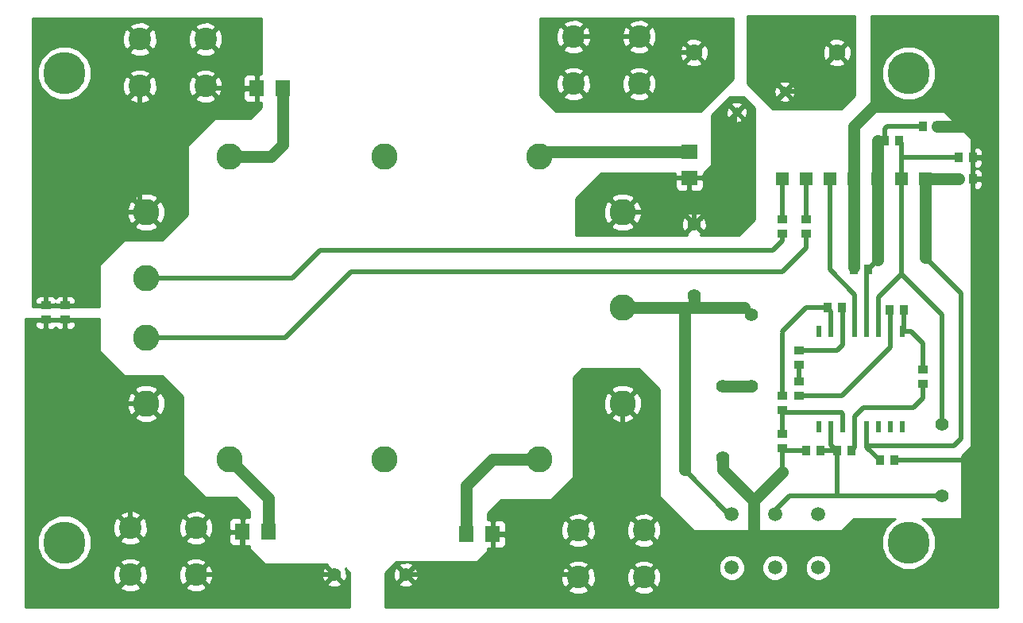
<source format=gtl>
G04 (created by PCBNEW (2013-07-07 BZR 4022)-stable) date 3/29/2016 6:17:35 AM*
%MOIN*%
G04 Gerber Fmt 3.4, Leading zero omitted, Abs format*
%FSLAX34Y34*%
G01*
G70*
G90*
G04 APERTURE LIST*
%ADD10C,0.00590551*%
%ADD11C,0.0944882*%
%ADD12C,0.110236*%
%ADD13C,0.0393701*%
%ADD14R,0.055X0.055*%
%ADD15R,0.0394X0.0354*%
%ADD16R,0.063X0.071*%
%ADD17R,0.071X0.063*%
%ADD18R,0.02X0.045*%
%ADD19R,0.0354X0.0394*%
%ADD20C,0.177165*%
%ADD21C,0.055*%
%ADD22C,0.07*%
%ADD23C,0.0598425*%
%ADD24C,0.0201575*%
%ADD25C,0.01*%
%ADD26C,0.05*%
G04 APERTURE END LIST*
G54D10*
G54D11*
X85300Y-46200D03*
X85300Y-44231D03*
X82540Y-44231D03*
X82540Y-46200D03*
X85500Y-66900D03*
X85500Y-64931D03*
X82740Y-64931D03*
X82740Y-66900D03*
X67100Y-46300D03*
X67100Y-44331D03*
X64340Y-44331D03*
X64340Y-46300D03*
X66700Y-66800D03*
X66700Y-64831D03*
X63940Y-64831D03*
X63940Y-66800D03*
G54D12*
X84600Y-59615D03*
X84600Y-55600D03*
X84600Y-51584D03*
X64600Y-59615D03*
X64600Y-56850D03*
X64600Y-54350D03*
X64600Y-51584D03*
X68100Y-61950D03*
X74600Y-61950D03*
X81100Y-61950D03*
X68100Y-49249D03*
X74600Y-49249D03*
X81100Y-49249D03*
G54D13*
X89396Y-47400D03*
X91403Y-46533D03*
G54D14*
X91300Y-50200D03*
X92300Y-50200D03*
X96300Y-50200D03*
G54D15*
X91300Y-51904D03*
X91300Y-52496D03*
X92300Y-51904D03*
X92300Y-52496D03*
G54D16*
X68650Y-65000D03*
X69750Y-65000D03*
X69250Y-46400D03*
X70350Y-46400D03*
G54D17*
X87400Y-49050D03*
X87400Y-50150D03*
G54D16*
X78050Y-65100D03*
X79150Y-65100D03*
G54D15*
X61200Y-55504D03*
X61200Y-56096D03*
X60400Y-55504D03*
X60400Y-56096D03*
G54D18*
X96350Y-56600D03*
X95850Y-56600D03*
X95350Y-56600D03*
X94850Y-56600D03*
X94350Y-56600D03*
X93850Y-56600D03*
X93350Y-56600D03*
X92850Y-56600D03*
X92850Y-60600D03*
X93350Y-60600D03*
X93850Y-60600D03*
X94350Y-60600D03*
X94850Y-60600D03*
X95350Y-60600D03*
X95850Y-60600D03*
X96350Y-60600D03*
G54D14*
X93300Y-50200D03*
X97300Y-50200D03*
X95300Y-50200D03*
G54D15*
X97200Y-58204D03*
X97200Y-58796D03*
G54D19*
X98704Y-49300D03*
X99296Y-49300D03*
X95604Y-48600D03*
X96196Y-48600D03*
X97796Y-48000D03*
X97204Y-48000D03*
X94304Y-54000D03*
X94896Y-54000D03*
X98704Y-50200D03*
X99296Y-50200D03*
X95404Y-62000D03*
X95996Y-62000D03*
X95804Y-55700D03*
X96396Y-55700D03*
G54D15*
X92000Y-59296D03*
X92000Y-58704D03*
G54D19*
X92896Y-61600D03*
X92304Y-61600D03*
X94196Y-61600D03*
X93604Y-61600D03*
G54D15*
X91300Y-60904D03*
X91300Y-61496D03*
X91300Y-59304D03*
X91300Y-59896D03*
G54D19*
X93204Y-55600D03*
X93796Y-55600D03*
G54D15*
X92000Y-57404D03*
X92000Y-57996D03*
G54D20*
X96616Y-65442D03*
X96616Y-45757D03*
X61183Y-45757D03*
X61183Y-65442D03*
G54D21*
X87600Y-52100D03*
X87600Y-55100D03*
X88800Y-61900D03*
X88800Y-58900D03*
X90000Y-58900D03*
X90000Y-55900D03*
X72500Y-66800D03*
X75500Y-66800D03*
X98000Y-60500D03*
X98000Y-63500D03*
G54D22*
X93600Y-44900D03*
X87600Y-44900D03*
G54D14*
X94300Y-50200D03*
G54D23*
X89188Y-64255D03*
X91000Y-64255D03*
X92811Y-64255D03*
X89188Y-66500D03*
X91000Y-66500D03*
X92811Y-66500D03*
G54D24*
X92304Y-61600D02*
X91404Y-61600D01*
G54D25*
X91404Y-61600D02*
X91300Y-61496D01*
G54D24*
X91300Y-61496D02*
X91300Y-62500D01*
X99800Y-49300D02*
X99296Y-49300D01*
X99296Y-50200D02*
X99800Y-50200D01*
X99800Y-62000D02*
X99800Y-65200D01*
X99800Y-65200D02*
X97900Y-67100D01*
X99100Y-48000D02*
X99800Y-48700D01*
X99800Y-53000D02*
X99800Y-62000D01*
X99800Y-50200D02*
X99800Y-53000D01*
X99800Y-49300D02*
X99800Y-50200D01*
X99800Y-48700D02*
X99800Y-49300D01*
X98800Y-48000D02*
X98800Y-47700D01*
G54D26*
X94300Y-48000D02*
X94300Y-50200D01*
X95100Y-47200D02*
X94300Y-48000D01*
G54D24*
X98300Y-47200D02*
X95100Y-47200D01*
X98800Y-47700D02*
X98300Y-47200D01*
G54D26*
X97796Y-48000D02*
X98800Y-48000D01*
G54D24*
X98800Y-48000D02*
X99100Y-48000D01*
X95996Y-62000D02*
X99800Y-62000D01*
G54D25*
X94304Y-54000D02*
X94304Y-53904D01*
G54D26*
X94304Y-53904D02*
X94300Y-52600D01*
X94300Y-52600D02*
X94300Y-50200D01*
G54D24*
X89300Y-65700D02*
X94200Y-65700D01*
X94200Y-65700D02*
X95600Y-67100D01*
X95600Y-67100D02*
X97900Y-67100D01*
X79150Y-65100D02*
X80940Y-65100D01*
X81740Y-65900D02*
X82740Y-66900D01*
X80940Y-65100D02*
X81740Y-65900D01*
X75500Y-66800D02*
X82640Y-66800D01*
G54D25*
X82640Y-66800D02*
X82740Y-66900D01*
G54D26*
X88800Y-61900D02*
X88800Y-62400D01*
X88800Y-62400D02*
X90100Y-63700D01*
G54D24*
X84600Y-59615D02*
X84600Y-64031D01*
X84600Y-64031D02*
X85500Y-64931D01*
X86268Y-65700D02*
X85500Y-64931D01*
X89300Y-65700D02*
X86268Y-65700D01*
X90100Y-64900D02*
X89300Y-65700D01*
G54D26*
X90100Y-63700D02*
X90100Y-64900D01*
X91300Y-62500D02*
X90800Y-63000D01*
X90800Y-63000D02*
X90100Y-63700D01*
G54D24*
X68650Y-65000D02*
X68650Y-66800D01*
G54D25*
X68650Y-66800D02*
X68600Y-66800D01*
G54D24*
X72500Y-66800D02*
X68600Y-66800D01*
X68600Y-66800D02*
X66700Y-66800D01*
X63940Y-64831D02*
X63940Y-60275D01*
X63940Y-60275D02*
X64600Y-59615D01*
X61200Y-56096D02*
X61200Y-58600D01*
X62215Y-59615D02*
X64600Y-59615D01*
X61200Y-58600D02*
X62215Y-59615D01*
G54D26*
X95300Y-50200D02*
X95300Y-52600D01*
G54D24*
X94896Y-54000D02*
X95300Y-53600D01*
G54D26*
X95300Y-53600D02*
X95300Y-52600D01*
G54D24*
X94850Y-56600D02*
X94850Y-54046D01*
G54D25*
X94850Y-54046D02*
X94896Y-54000D01*
G54D24*
X97204Y-48000D02*
X95700Y-48000D01*
X95604Y-48096D02*
X95604Y-48600D01*
X95700Y-48000D02*
X95604Y-48096D01*
X95604Y-48600D02*
X95300Y-48600D01*
G54D26*
X95300Y-50200D02*
X95300Y-48600D01*
G54D24*
X94850Y-61400D02*
X95950Y-61400D01*
X97300Y-53500D02*
X98800Y-55000D01*
X98500Y-61400D02*
X95950Y-61400D01*
G54D26*
X97300Y-53500D02*
X97300Y-50200D01*
G54D24*
X98800Y-61100D02*
X98500Y-61400D01*
X98800Y-55000D02*
X98800Y-61100D01*
X94850Y-60600D02*
X94850Y-61400D01*
G54D25*
X94850Y-61400D02*
X94850Y-61446D01*
G54D24*
X94850Y-61446D02*
X95404Y-62000D01*
G54D26*
X98704Y-50200D02*
X97300Y-50200D01*
G54D24*
X92000Y-57996D02*
X92000Y-58704D01*
X93300Y-52600D02*
X93300Y-54000D01*
X93300Y-54000D02*
X94350Y-55050D01*
X94350Y-56600D02*
X94350Y-55050D01*
X93300Y-50200D02*
X93300Y-52600D01*
G54D26*
X78050Y-65100D02*
X78050Y-63050D01*
X79149Y-61950D02*
X81100Y-61950D01*
X78050Y-63050D02*
X79149Y-61950D01*
X87400Y-49050D02*
X81299Y-49050D01*
G54D25*
X81299Y-49050D02*
X81100Y-49249D01*
G54D24*
X89188Y-64255D02*
X89055Y-64255D01*
X89055Y-64255D02*
X87200Y-62400D01*
X89055Y-64255D02*
X87200Y-62400D01*
G54D26*
X87200Y-57600D02*
X87200Y-55600D01*
X87200Y-57600D02*
X87200Y-62400D01*
X88400Y-55600D02*
X89700Y-55600D01*
X87600Y-55600D02*
X88400Y-55600D01*
G54D24*
X89700Y-55600D02*
X90000Y-55900D01*
G54D26*
X87600Y-55100D02*
X87600Y-55600D01*
X84600Y-55600D02*
X87200Y-55600D01*
X87200Y-55600D02*
X87600Y-55600D01*
X69750Y-65000D02*
X69750Y-63600D01*
X69750Y-63600D02*
X68100Y-61950D01*
X70350Y-46400D02*
X70350Y-48750D01*
X69850Y-49249D02*
X68100Y-49249D01*
X70350Y-48750D02*
X69850Y-49249D01*
G54D24*
X93850Y-56600D02*
X93850Y-57150D01*
X93596Y-57404D02*
X92000Y-57404D01*
X93850Y-57150D02*
X93596Y-57404D01*
X93850Y-56600D02*
X93850Y-55654D01*
G54D25*
X93850Y-55654D02*
X93796Y-55600D01*
G54D24*
X89300Y-50003D02*
X89300Y-47496D01*
X88415Y-51584D02*
X89300Y-50700D01*
X89300Y-50700D02*
X89300Y-50003D01*
X87600Y-51584D02*
X88415Y-51584D01*
G54D25*
X89300Y-47496D02*
X89396Y-47400D01*
G54D24*
X87400Y-50150D02*
X87400Y-51584D01*
X87600Y-52100D02*
X87600Y-51584D01*
X84600Y-51584D02*
X87200Y-51584D01*
X87200Y-51584D02*
X87400Y-51584D01*
X87400Y-51584D02*
X87600Y-51584D01*
X87600Y-44900D02*
X85968Y-44900D01*
X85968Y-44900D02*
X85300Y-44231D01*
X85300Y-44231D02*
X82540Y-44231D01*
X93604Y-63500D02*
X91600Y-63500D01*
X91600Y-63500D02*
X91300Y-63800D01*
X98000Y-63500D02*
X93604Y-63500D01*
X93604Y-61600D02*
X92896Y-61600D01*
X93604Y-61600D02*
X93604Y-63500D01*
X93350Y-60600D02*
X93350Y-61346D01*
X93350Y-61346D02*
X93604Y-61600D01*
X91000Y-64100D02*
X91000Y-64255D01*
X91300Y-63800D02*
X91000Y-64100D01*
X91300Y-52496D02*
X91300Y-52800D01*
X70750Y-54350D02*
X64600Y-54350D01*
X71900Y-53200D02*
X70750Y-54350D01*
X90900Y-53200D02*
X71900Y-53200D01*
X91300Y-52800D02*
X90900Y-53200D01*
G54D26*
X88800Y-58900D02*
X90000Y-58900D01*
G54D24*
X91403Y-46533D02*
X91966Y-46533D01*
X91966Y-46533D02*
X93600Y-44900D01*
X91300Y-51904D02*
X91300Y-50200D01*
X92300Y-51904D02*
X92300Y-50200D01*
X92300Y-52496D02*
X92300Y-53100D01*
X70450Y-56850D02*
X64600Y-56850D01*
X73200Y-54100D02*
X70450Y-56850D01*
X91300Y-54100D02*
X73200Y-54100D01*
X92300Y-53100D02*
X91300Y-54100D01*
X93350Y-56600D02*
X93350Y-55746D01*
X93350Y-55746D02*
X93204Y-55600D01*
G54D25*
X91300Y-56700D02*
X91300Y-56600D01*
G54D24*
X91300Y-59304D02*
X91300Y-56700D01*
X92300Y-55600D02*
X93204Y-55600D01*
X91300Y-56600D02*
X92300Y-55600D01*
X69250Y-46400D02*
X67200Y-46400D01*
G54D25*
X67200Y-46400D02*
X67100Y-46300D01*
G54D24*
X64340Y-46300D02*
X64340Y-51324D01*
G54D25*
X64340Y-51324D02*
X64600Y-51584D01*
G54D24*
X61200Y-55504D02*
X61200Y-52400D01*
X62015Y-51584D02*
X64600Y-51584D01*
X61200Y-52400D02*
X62015Y-51584D01*
X92600Y-60000D02*
X91404Y-60000D01*
G54D25*
X91404Y-60000D02*
X91300Y-59896D01*
G54D24*
X93850Y-60050D02*
X93850Y-60600D01*
G54D25*
X93800Y-60000D02*
X93850Y-60050D01*
G54D24*
X92600Y-60000D02*
X93800Y-60000D01*
X91300Y-60904D02*
X91300Y-59896D01*
X96300Y-49300D02*
X96300Y-48704D01*
G54D25*
X96300Y-48704D02*
X96196Y-48600D01*
G54D24*
X98000Y-60500D02*
X98000Y-55900D01*
X98000Y-55900D02*
X96300Y-54200D01*
X95350Y-56600D02*
X95350Y-55150D01*
X95350Y-55150D02*
X96300Y-54200D01*
X98704Y-49300D02*
X96300Y-49300D01*
X96300Y-50200D02*
X96300Y-49300D01*
X96300Y-50200D02*
X96300Y-52100D01*
X96300Y-53500D02*
X96300Y-54200D01*
X96300Y-52100D02*
X96300Y-53500D01*
X95800Y-59800D02*
X94700Y-59800D01*
X94350Y-60150D02*
X94350Y-60600D01*
X94700Y-59800D02*
X94350Y-60150D01*
X94350Y-60600D02*
X94350Y-61446D01*
X94350Y-61446D02*
X94196Y-61600D01*
X97200Y-58796D02*
X97200Y-59400D01*
X97200Y-59400D02*
X96800Y-59800D01*
X96800Y-59800D02*
X95800Y-59800D01*
X97200Y-58204D02*
X97200Y-57100D01*
X96700Y-56600D02*
X96350Y-56600D01*
X97200Y-57100D02*
X96700Y-56600D01*
X96396Y-55700D02*
X96396Y-56554D01*
G54D25*
X96396Y-56554D02*
X96350Y-56600D01*
G54D24*
X92000Y-59296D02*
X93804Y-59296D01*
G54D25*
X93804Y-59296D02*
X93800Y-59300D01*
G54D24*
X95850Y-56600D02*
X95850Y-57250D01*
X95850Y-57250D02*
X95500Y-57600D01*
X95850Y-56600D02*
X95850Y-55746D01*
G54D25*
X95850Y-55746D02*
X95804Y-55700D01*
G54D24*
X93800Y-59300D02*
X95500Y-57600D01*
G54D25*
X95850Y-55746D02*
X95804Y-55700D01*
G54D10*
G36*
X69450Y-47179D02*
X69200Y-47429D01*
X69200Y-46942D01*
X69200Y-46450D01*
X69200Y-46350D01*
X69200Y-45857D01*
X69137Y-45795D01*
X68885Y-45794D01*
X68793Y-45832D01*
X68723Y-45903D01*
X68685Y-45995D01*
X68684Y-46094D01*
X68685Y-46287D01*
X68747Y-46350D01*
X69200Y-46350D01*
X69200Y-46450D01*
X68747Y-46450D01*
X68685Y-46512D01*
X68684Y-46705D01*
X68685Y-46804D01*
X68723Y-46896D01*
X68793Y-46967D01*
X68885Y-47005D01*
X69137Y-47005D01*
X69200Y-46942D01*
X69200Y-47429D01*
X68979Y-47650D01*
X67826Y-47650D01*
X67826Y-46422D01*
X67826Y-44454D01*
X67818Y-44167D01*
X67723Y-43939D01*
X67610Y-43891D01*
X67539Y-43962D01*
X67539Y-43820D01*
X67491Y-43707D01*
X67222Y-43605D01*
X66935Y-43613D01*
X66708Y-43707D01*
X66660Y-43820D01*
X67100Y-44260D01*
X67539Y-43820D01*
X67539Y-43962D01*
X67170Y-44331D01*
X67610Y-44771D01*
X67723Y-44723D01*
X67826Y-44454D01*
X67826Y-46422D01*
X67818Y-46135D01*
X67723Y-45908D01*
X67610Y-45860D01*
X67539Y-45930D01*
X67539Y-45789D01*
X67539Y-44842D01*
X67100Y-44402D01*
X67029Y-44472D01*
X67029Y-44331D01*
X66589Y-43891D01*
X66476Y-43939D01*
X66373Y-44208D01*
X66381Y-44495D01*
X66476Y-44723D01*
X66589Y-44771D01*
X67029Y-44331D01*
X67029Y-44472D01*
X66660Y-44842D01*
X66708Y-44955D01*
X66977Y-45057D01*
X67264Y-45049D01*
X67491Y-44955D01*
X67539Y-44842D01*
X67539Y-45789D01*
X67491Y-45676D01*
X67222Y-45573D01*
X66935Y-45581D01*
X66708Y-45676D01*
X66660Y-45789D01*
X67100Y-46229D01*
X67539Y-45789D01*
X67539Y-45930D01*
X67170Y-46300D01*
X67610Y-46739D01*
X67723Y-46691D01*
X67826Y-46422D01*
X67826Y-47650D01*
X67539Y-47650D01*
X67539Y-46810D01*
X67100Y-46370D01*
X67029Y-46441D01*
X67029Y-46300D01*
X66589Y-45860D01*
X66476Y-45908D01*
X66373Y-46177D01*
X66381Y-46464D01*
X66476Y-46691D01*
X66589Y-46739D01*
X67029Y-46300D01*
X67029Y-46441D01*
X66660Y-46810D01*
X66708Y-46923D01*
X66977Y-47026D01*
X67264Y-47018D01*
X67491Y-46923D01*
X67539Y-46810D01*
X67539Y-47650D01*
X67479Y-47650D01*
X66350Y-48779D01*
X66350Y-51679D01*
X65404Y-52624D01*
X65404Y-51725D01*
X65397Y-51407D01*
X65289Y-51145D01*
X65167Y-51087D01*
X65096Y-51158D01*
X65096Y-51016D01*
X65066Y-50952D01*
X65066Y-46422D01*
X65066Y-44454D01*
X65058Y-44167D01*
X64964Y-43939D01*
X64850Y-43891D01*
X64780Y-43962D01*
X64780Y-43820D01*
X64731Y-43707D01*
X64463Y-43605D01*
X64175Y-43613D01*
X63948Y-43707D01*
X63900Y-43820D01*
X64340Y-44260D01*
X64780Y-43820D01*
X64780Y-43962D01*
X64410Y-44331D01*
X64850Y-44771D01*
X64964Y-44723D01*
X65066Y-44454D01*
X65066Y-46422D01*
X65058Y-46135D01*
X64964Y-45908D01*
X64850Y-45860D01*
X64780Y-45930D01*
X64780Y-45789D01*
X64780Y-44842D01*
X64340Y-44402D01*
X64269Y-44472D01*
X64269Y-44331D01*
X63829Y-43891D01*
X63716Y-43939D01*
X63613Y-44208D01*
X63622Y-44495D01*
X63716Y-44723D01*
X63829Y-44771D01*
X64269Y-44331D01*
X64269Y-44472D01*
X63900Y-44842D01*
X63948Y-44955D01*
X64217Y-45057D01*
X64504Y-45049D01*
X64731Y-44955D01*
X64780Y-44842D01*
X64780Y-45789D01*
X64731Y-45676D01*
X64463Y-45573D01*
X64175Y-45581D01*
X63948Y-45676D01*
X63900Y-45789D01*
X64340Y-46229D01*
X64780Y-45789D01*
X64780Y-45930D01*
X64410Y-46300D01*
X64850Y-46739D01*
X64964Y-46691D01*
X65066Y-46422D01*
X65066Y-50952D01*
X65038Y-50895D01*
X64780Y-50794D01*
X64780Y-46810D01*
X64340Y-46370D01*
X64269Y-46441D01*
X64269Y-46300D01*
X63829Y-45860D01*
X63716Y-45908D01*
X63613Y-46177D01*
X63622Y-46464D01*
X63716Y-46691D01*
X63829Y-46739D01*
X64269Y-46300D01*
X64269Y-46441D01*
X63900Y-46810D01*
X63948Y-46923D01*
X64217Y-47026D01*
X64504Y-47018D01*
X64731Y-46923D01*
X64780Y-46810D01*
X64780Y-50794D01*
X64741Y-50779D01*
X64423Y-50786D01*
X64161Y-50895D01*
X64103Y-51016D01*
X64600Y-51513D01*
X65096Y-51016D01*
X65096Y-51158D01*
X64670Y-51584D01*
X65167Y-52081D01*
X65289Y-52023D01*
X65404Y-51725D01*
X65404Y-52624D01*
X65279Y-52750D01*
X65096Y-52750D01*
X65096Y-52151D01*
X64600Y-51654D01*
X64529Y-51725D01*
X64529Y-51584D01*
X64032Y-51087D01*
X63910Y-51145D01*
X63795Y-51442D01*
X63802Y-51761D01*
X63910Y-52023D01*
X64032Y-52081D01*
X64529Y-51584D01*
X64529Y-51725D01*
X64103Y-52151D01*
X64161Y-52273D01*
X64458Y-52388D01*
X64776Y-52381D01*
X65038Y-52273D01*
X65096Y-52151D01*
X65096Y-52750D01*
X63679Y-52750D01*
X62650Y-53779D01*
X62650Y-55550D01*
X62319Y-55550D01*
X62319Y-45532D01*
X62146Y-45114D01*
X61827Y-44795D01*
X61410Y-44621D01*
X60958Y-44621D01*
X60540Y-44794D01*
X60221Y-45113D01*
X60047Y-45530D01*
X60047Y-45982D01*
X60219Y-46400D01*
X60539Y-46719D01*
X60956Y-46893D01*
X61408Y-46893D01*
X61826Y-46720D01*
X62145Y-46401D01*
X62319Y-45984D01*
X62319Y-45532D01*
X62319Y-55550D01*
X61647Y-55550D01*
X61647Y-55277D01*
X61609Y-55185D01*
X61538Y-55115D01*
X61446Y-55077D01*
X61347Y-55076D01*
X61312Y-55077D01*
X61250Y-55139D01*
X61250Y-55454D01*
X61584Y-55454D01*
X61647Y-55391D01*
X61647Y-55277D01*
X61647Y-55550D01*
X61150Y-55550D01*
X61150Y-55454D01*
X61150Y-55139D01*
X61087Y-55077D01*
X61052Y-55076D01*
X60953Y-55077D01*
X60861Y-55115D01*
X60800Y-55176D01*
X60738Y-55115D01*
X60646Y-55077D01*
X60547Y-55076D01*
X60512Y-55077D01*
X60450Y-55139D01*
X60450Y-55454D01*
X60784Y-55454D01*
X60800Y-55438D01*
X60815Y-55454D01*
X61150Y-55454D01*
X61150Y-55550D01*
X60350Y-55550D01*
X60350Y-55454D01*
X60350Y-55139D01*
X60287Y-55077D01*
X60252Y-55076D01*
X60153Y-55077D01*
X60061Y-55115D01*
X59990Y-55185D01*
X59952Y-55277D01*
X59953Y-55391D01*
X60015Y-55454D01*
X60350Y-55454D01*
X60350Y-55550D01*
X59850Y-55550D01*
X59850Y-43450D01*
X69450Y-43450D01*
X69450Y-45794D01*
X69362Y-45795D01*
X69300Y-45857D01*
X69300Y-46350D01*
X69307Y-46350D01*
X69307Y-46450D01*
X69300Y-46450D01*
X69300Y-46942D01*
X69362Y-47005D01*
X69450Y-47005D01*
X69450Y-47179D01*
X69450Y-47179D01*
G37*
G54D25*
X69450Y-47179D02*
X69200Y-47429D01*
X69200Y-46942D01*
X69200Y-46450D01*
X69200Y-46350D01*
X69200Y-45857D01*
X69137Y-45795D01*
X68885Y-45794D01*
X68793Y-45832D01*
X68723Y-45903D01*
X68685Y-45995D01*
X68684Y-46094D01*
X68685Y-46287D01*
X68747Y-46350D01*
X69200Y-46350D01*
X69200Y-46450D01*
X68747Y-46450D01*
X68685Y-46512D01*
X68684Y-46705D01*
X68685Y-46804D01*
X68723Y-46896D01*
X68793Y-46967D01*
X68885Y-47005D01*
X69137Y-47005D01*
X69200Y-46942D01*
X69200Y-47429D01*
X68979Y-47650D01*
X67826Y-47650D01*
X67826Y-46422D01*
X67826Y-44454D01*
X67818Y-44167D01*
X67723Y-43939D01*
X67610Y-43891D01*
X67539Y-43962D01*
X67539Y-43820D01*
X67491Y-43707D01*
X67222Y-43605D01*
X66935Y-43613D01*
X66708Y-43707D01*
X66660Y-43820D01*
X67100Y-44260D01*
X67539Y-43820D01*
X67539Y-43962D01*
X67170Y-44331D01*
X67610Y-44771D01*
X67723Y-44723D01*
X67826Y-44454D01*
X67826Y-46422D01*
X67818Y-46135D01*
X67723Y-45908D01*
X67610Y-45860D01*
X67539Y-45930D01*
X67539Y-45789D01*
X67539Y-44842D01*
X67100Y-44402D01*
X67029Y-44472D01*
X67029Y-44331D01*
X66589Y-43891D01*
X66476Y-43939D01*
X66373Y-44208D01*
X66381Y-44495D01*
X66476Y-44723D01*
X66589Y-44771D01*
X67029Y-44331D01*
X67029Y-44472D01*
X66660Y-44842D01*
X66708Y-44955D01*
X66977Y-45057D01*
X67264Y-45049D01*
X67491Y-44955D01*
X67539Y-44842D01*
X67539Y-45789D01*
X67491Y-45676D01*
X67222Y-45573D01*
X66935Y-45581D01*
X66708Y-45676D01*
X66660Y-45789D01*
X67100Y-46229D01*
X67539Y-45789D01*
X67539Y-45930D01*
X67170Y-46300D01*
X67610Y-46739D01*
X67723Y-46691D01*
X67826Y-46422D01*
X67826Y-47650D01*
X67539Y-47650D01*
X67539Y-46810D01*
X67100Y-46370D01*
X67029Y-46441D01*
X67029Y-46300D01*
X66589Y-45860D01*
X66476Y-45908D01*
X66373Y-46177D01*
X66381Y-46464D01*
X66476Y-46691D01*
X66589Y-46739D01*
X67029Y-46300D01*
X67029Y-46441D01*
X66660Y-46810D01*
X66708Y-46923D01*
X66977Y-47026D01*
X67264Y-47018D01*
X67491Y-46923D01*
X67539Y-46810D01*
X67539Y-47650D01*
X67479Y-47650D01*
X66350Y-48779D01*
X66350Y-51679D01*
X65404Y-52624D01*
X65404Y-51725D01*
X65397Y-51407D01*
X65289Y-51145D01*
X65167Y-51087D01*
X65096Y-51158D01*
X65096Y-51016D01*
X65066Y-50952D01*
X65066Y-46422D01*
X65066Y-44454D01*
X65058Y-44167D01*
X64964Y-43939D01*
X64850Y-43891D01*
X64780Y-43962D01*
X64780Y-43820D01*
X64731Y-43707D01*
X64463Y-43605D01*
X64175Y-43613D01*
X63948Y-43707D01*
X63900Y-43820D01*
X64340Y-44260D01*
X64780Y-43820D01*
X64780Y-43962D01*
X64410Y-44331D01*
X64850Y-44771D01*
X64964Y-44723D01*
X65066Y-44454D01*
X65066Y-46422D01*
X65058Y-46135D01*
X64964Y-45908D01*
X64850Y-45860D01*
X64780Y-45930D01*
X64780Y-45789D01*
X64780Y-44842D01*
X64340Y-44402D01*
X64269Y-44472D01*
X64269Y-44331D01*
X63829Y-43891D01*
X63716Y-43939D01*
X63613Y-44208D01*
X63622Y-44495D01*
X63716Y-44723D01*
X63829Y-44771D01*
X64269Y-44331D01*
X64269Y-44472D01*
X63900Y-44842D01*
X63948Y-44955D01*
X64217Y-45057D01*
X64504Y-45049D01*
X64731Y-44955D01*
X64780Y-44842D01*
X64780Y-45789D01*
X64731Y-45676D01*
X64463Y-45573D01*
X64175Y-45581D01*
X63948Y-45676D01*
X63900Y-45789D01*
X64340Y-46229D01*
X64780Y-45789D01*
X64780Y-45930D01*
X64410Y-46300D01*
X64850Y-46739D01*
X64964Y-46691D01*
X65066Y-46422D01*
X65066Y-50952D01*
X65038Y-50895D01*
X64780Y-50794D01*
X64780Y-46810D01*
X64340Y-46370D01*
X64269Y-46441D01*
X64269Y-46300D01*
X63829Y-45860D01*
X63716Y-45908D01*
X63613Y-46177D01*
X63622Y-46464D01*
X63716Y-46691D01*
X63829Y-46739D01*
X64269Y-46300D01*
X64269Y-46441D01*
X63900Y-46810D01*
X63948Y-46923D01*
X64217Y-47026D01*
X64504Y-47018D01*
X64731Y-46923D01*
X64780Y-46810D01*
X64780Y-50794D01*
X64741Y-50779D01*
X64423Y-50786D01*
X64161Y-50895D01*
X64103Y-51016D01*
X64600Y-51513D01*
X65096Y-51016D01*
X65096Y-51158D01*
X64670Y-51584D01*
X65167Y-52081D01*
X65289Y-52023D01*
X65404Y-51725D01*
X65404Y-52624D01*
X65279Y-52750D01*
X65096Y-52750D01*
X65096Y-52151D01*
X64600Y-51654D01*
X64529Y-51725D01*
X64529Y-51584D01*
X64032Y-51087D01*
X63910Y-51145D01*
X63795Y-51442D01*
X63802Y-51761D01*
X63910Y-52023D01*
X64032Y-52081D01*
X64529Y-51584D01*
X64529Y-51725D01*
X64103Y-52151D01*
X64161Y-52273D01*
X64458Y-52388D01*
X64776Y-52381D01*
X65038Y-52273D01*
X65096Y-52151D01*
X65096Y-52750D01*
X63679Y-52750D01*
X62650Y-53779D01*
X62650Y-55550D01*
X62319Y-55550D01*
X62319Y-45532D01*
X62146Y-45114D01*
X61827Y-44795D01*
X61410Y-44621D01*
X60958Y-44621D01*
X60540Y-44794D01*
X60221Y-45113D01*
X60047Y-45530D01*
X60047Y-45982D01*
X60219Y-46400D01*
X60539Y-46719D01*
X60956Y-46893D01*
X61408Y-46893D01*
X61826Y-46720D01*
X62145Y-46401D01*
X62319Y-45984D01*
X62319Y-45532D01*
X62319Y-55550D01*
X61647Y-55550D01*
X61647Y-55277D01*
X61609Y-55185D01*
X61538Y-55115D01*
X61446Y-55077D01*
X61347Y-55076D01*
X61312Y-55077D01*
X61250Y-55139D01*
X61250Y-55454D01*
X61584Y-55454D01*
X61647Y-55391D01*
X61647Y-55277D01*
X61647Y-55550D01*
X61150Y-55550D01*
X61150Y-55454D01*
X61150Y-55139D01*
X61087Y-55077D01*
X61052Y-55076D01*
X60953Y-55077D01*
X60861Y-55115D01*
X60800Y-55176D01*
X60738Y-55115D01*
X60646Y-55077D01*
X60547Y-55076D01*
X60512Y-55077D01*
X60450Y-55139D01*
X60450Y-55454D01*
X60784Y-55454D01*
X60800Y-55438D01*
X60815Y-55454D01*
X61150Y-55454D01*
X61150Y-55550D01*
X60350Y-55550D01*
X60350Y-55454D01*
X60350Y-55139D01*
X60287Y-55077D01*
X60252Y-55076D01*
X60153Y-55077D01*
X60061Y-55115D01*
X59990Y-55185D01*
X59952Y-55277D01*
X59953Y-55391D01*
X60015Y-55454D01*
X60350Y-55454D01*
X60350Y-55550D01*
X59850Y-55550D01*
X59850Y-43450D01*
X69450Y-43450D01*
X69450Y-45794D01*
X69362Y-45795D01*
X69300Y-45857D01*
X69300Y-46350D01*
X69307Y-46350D01*
X69307Y-46450D01*
X69300Y-46450D01*
X69300Y-46942D01*
X69362Y-47005D01*
X69450Y-47005D01*
X69450Y-47179D01*
G54D10*
G36*
X73150Y-68150D02*
X72797Y-68150D01*
X72797Y-67167D01*
X72500Y-66870D01*
X72429Y-66941D01*
X72429Y-66800D01*
X72132Y-66502D01*
X72039Y-66527D01*
X71970Y-66724D01*
X71981Y-66932D01*
X72039Y-67072D01*
X72132Y-67097D01*
X72429Y-66800D01*
X72429Y-66941D01*
X72202Y-67167D01*
X72227Y-67260D01*
X72424Y-67329D01*
X72632Y-67318D01*
X72772Y-67260D01*
X72797Y-67167D01*
X72797Y-68150D01*
X68600Y-68150D01*
X68600Y-65542D01*
X68600Y-65050D01*
X68600Y-64950D01*
X68600Y-64457D01*
X68537Y-64395D01*
X68285Y-64394D01*
X68193Y-64432D01*
X68123Y-64503D01*
X68085Y-64595D01*
X68084Y-64694D01*
X68085Y-64887D01*
X68147Y-64950D01*
X68600Y-64950D01*
X68600Y-65050D01*
X68147Y-65050D01*
X68085Y-65112D01*
X68084Y-65305D01*
X68085Y-65404D01*
X68123Y-65496D01*
X68193Y-65567D01*
X68285Y-65605D01*
X68537Y-65605D01*
X68600Y-65542D01*
X68600Y-68150D01*
X67426Y-68150D01*
X67426Y-66922D01*
X67426Y-64954D01*
X67418Y-64667D01*
X67323Y-64439D01*
X67210Y-64391D01*
X67139Y-64462D01*
X67139Y-64320D01*
X67091Y-64207D01*
X66822Y-64105D01*
X66535Y-64113D01*
X66308Y-64207D01*
X66260Y-64320D01*
X66700Y-64760D01*
X67139Y-64320D01*
X67139Y-64462D01*
X66770Y-64831D01*
X67210Y-65271D01*
X67323Y-65223D01*
X67426Y-64954D01*
X67426Y-66922D01*
X67418Y-66635D01*
X67323Y-66408D01*
X67210Y-66360D01*
X67139Y-66430D01*
X67139Y-66289D01*
X67139Y-65342D01*
X66700Y-64902D01*
X66629Y-64972D01*
X66629Y-64831D01*
X66189Y-64391D01*
X66076Y-64439D01*
X65973Y-64708D01*
X65981Y-64995D01*
X66076Y-65223D01*
X66189Y-65271D01*
X66629Y-64831D01*
X66629Y-64972D01*
X66260Y-65342D01*
X66308Y-65455D01*
X66577Y-65557D01*
X66864Y-65549D01*
X67091Y-65455D01*
X67139Y-65342D01*
X67139Y-66289D01*
X67091Y-66176D01*
X66822Y-66073D01*
X66535Y-66081D01*
X66308Y-66176D01*
X66260Y-66289D01*
X66700Y-66729D01*
X67139Y-66289D01*
X67139Y-66430D01*
X66770Y-66800D01*
X67210Y-67239D01*
X67323Y-67191D01*
X67426Y-66922D01*
X67426Y-68150D01*
X67139Y-68150D01*
X67139Y-67310D01*
X66700Y-66870D01*
X66629Y-66941D01*
X66629Y-66800D01*
X66189Y-66360D01*
X66076Y-66408D01*
X65973Y-66677D01*
X65981Y-66964D01*
X66076Y-67191D01*
X66189Y-67239D01*
X66629Y-66800D01*
X66629Y-66941D01*
X66260Y-67310D01*
X66308Y-67423D01*
X66577Y-67526D01*
X66864Y-67518D01*
X67091Y-67423D01*
X67139Y-67310D01*
X67139Y-68150D01*
X65404Y-68150D01*
X65404Y-59757D01*
X65397Y-59438D01*
X65289Y-59176D01*
X65167Y-59118D01*
X65096Y-59189D01*
X65096Y-59048D01*
X65038Y-58926D01*
X64741Y-58811D01*
X64423Y-58818D01*
X64161Y-58926D01*
X64103Y-59048D01*
X64600Y-59545D01*
X65096Y-59048D01*
X65096Y-59189D01*
X64670Y-59615D01*
X65167Y-60112D01*
X65289Y-60054D01*
X65404Y-59757D01*
X65404Y-68150D01*
X65096Y-68150D01*
X65096Y-60183D01*
X64600Y-59686D01*
X64529Y-59757D01*
X64529Y-59615D01*
X64032Y-59118D01*
X63910Y-59176D01*
X63795Y-59474D01*
X63802Y-59792D01*
X63910Y-60054D01*
X64032Y-60112D01*
X64529Y-59615D01*
X64529Y-59757D01*
X64103Y-60183D01*
X64161Y-60304D01*
X64458Y-60420D01*
X64776Y-60413D01*
X65038Y-60304D01*
X65096Y-60183D01*
X65096Y-68150D01*
X64666Y-68150D01*
X64666Y-66922D01*
X64666Y-64954D01*
X64658Y-64667D01*
X64564Y-64439D01*
X64450Y-64391D01*
X64380Y-64462D01*
X64380Y-64320D01*
X64331Y-64207D01*
X64063Y-64105D01*
X63775Y-64113D01*
X63548Y-64207D01*
X63500Y-64320D01*
X63940Y-64760D01*
X64380Y-64320D01*
X64380Y-64462D01*
X64010Y-64831D01*
X64450Y-65271D01*
X64564Y-65223D01*
X64666Y-64954D01*
X64666Y-66922D01*
X64658Y-66635D01*
X64564Y-66408D01*
X64450Y-66360D01*
X64380Y-66430D01*
X64380Y-66289D01*
X64380Y-65342D01*
X63940Y-64902D01*
X63869Y-64972D01*
X63869Y-64831D01*
X63429Y-64391D01*
X63316Y-64439D01*
X63213Y-64708D01*
X63222Y-64995D01*
X63316Y-65223D01*
X63429Y-65271D01*
X63869Y-64831D01*
X63869Y-64972D01*
X63500Y-65342D01*
X63548Y-65455D01*
X63817Y-65557D01*
X64104Y-65549D01*
X64331Y-65455D01*
X64380Y-65342D01*
X64380Y-66289D01*
X64331Y-66176D01*
X64063Y-66073D01*
X63775Y-66081D01*
X63548Y-66176D01*
X63500Y-66289D01*
X63940Y-66729D01*
X64380Y-66289D01*
X64380Y-66430D01*
X64010Y-66800D01*
X64450Y-67239D01*
X64564Y-67191D01*
X64666Y-66922D01*
X64666Y-68150D01*
X64380Y-68150D01*
X64380Y-67310D01*
X63940Y-66870D01*
X63869Y-66941D01*
X63869Y-66800D01*
X63429Y-66360D01*
X63316Y-66408D01*
X63213Y-66677D01*
X63222Y-66964D01*
X63316Y-67191D01*
X63429Y-67239D01*
X63869Y-66800D01*
X63869Y-66941D01*
X63500Y-67310D01*
X63548Y-67423D01*
X63817Y-67526D01*
X64104Y-67518D01*
X64331Y-67423D01*
X64380Y-67310D01*
X64380Y-68150D01*
X62319Y-68150D01*
X62319Y-65217D01*
X62146Y-64799D01*
X61827Y-64480D01*
X61647Y-64405D01*
X61647Y-56322D01*
X61647Y-56208D01*
X61584Y-56146D01*
X61250Y-56146D01*
X61250Y-56460D01*
X61312Y-56523D01*
X61347Y-56523D01*
X61446Y-56522D01*
X61538Y-56484D01*
X61609Y-56414D01*
X61647Y-56322D01*
X61647Y-64405D01*
X61410Y-64306D01*
X61150Y-64306D01*
X61150Y-56460D01*
X61150Y-56146D01*
X60815Y-56146D01*
X60800Y-56161D01*
X60784Y-56146D01*
X60450Y-56146D01*
X60450Y-56460D01*
X60512Y-56523D01*
X60547Y-56523D01*
X60646Y-56522D01*
X60738Y-56484D01*
X60800Y-56423D01*
X60861Y-56484D01*
X60953Y-56522D01*
X61052Y-56523D01*
X61087Y-56523D01*
X61150Y-56460D01*
X61150Y-64306D01*
X60958Y-64306D01*
X60540Y-64479D01*
X60350Y-64669D01*
X60350Y-56460D01*
X60350Y-56146D01*
X60015Y-56146D01*
X59953Y-56208D01*
X59952Y-56322D01*
X59990Y-56414D01*
X60061Y-56484D01*
X60153Y-56522D01*
X60252Y-56523D01*
X60287Y-56523D01*
X60350Y-56460D01*
X60350Y-64669D01*
X60221Y-64798D01*
X60047Y-65215D01*
X60047Y-65667D01*
X60219Y-66085D01*
X60539Y-66404D01*
X60956Y-66578D01*
X61408Y-66578D01*
X61826Y-66405D01*
X62145Y-66086D01*
X62319Y-65669D01*
X62319Y-65217D01*
X62319Y-68150D01*
X59550Y-68150D01*
X59550Y-56050D01*
X62650Y-56050D01*
X62650Y-57420D01*
X63679Y-58450D01*
X65279Y-58450D01*
X66150Y-59320D01*
X66150Y-62620D01*
X67079Y-63550D01*
X68379Y-63550D01*
X68950Y-64120D01*
X68950Y-64394D01*
X68762Y-64395D01*
X68700Y-64457D01*
X68700Y-64950D01*
X68707Y-64950D01*
X68707Y-65050D01*
X68700Y-65050D01*
X68700Y-65542D01*
X68762Y-65605D01*
X68950Y-65605D01*
X68950Y-65720D01*
X69579Y-66350D01*
X72224Y-66350D01*
X72202Y-66432D01*
X72500Y-66729D01*
X72505Y-66723D01*
X72576Y-66794D01*
X72570Y-66800D01*
X72867Y-67097D01*
X72960Y-67072D01*
X73029Y-66875D01*
X73018Y-66667D01*
X72963Y-66534D01*
X73150Y-66720D01*
X73150Y-68150D01*
X73150Y-68150D01*
G37*
G54D25*
X73150Y-68150D02*
X72797Y-68150D01*
X72797Y-67167D01*
X72500Y-66870D01*
X72429Y-66941D01*
X72429Y-66800D01*
X72132Y-66502D01*
X72039Y-66527D01*
X71970Y-66724D01*
X71981Y-66932D01*
X72039Y-67072D01*
X72132Y-67097D01*
X72429Y-66800D01*
X72429Y-66941D01*
X72202Y-67167D01*
X72227Y-67260D01*
X72424Y-67329D01*
X72632Y-67318D01*
X72772Y-67260D01*
X72797Y-67167D01*
X72797Y-68150D01*
X68600Y-68150D01*
X68600Y-65542D01*
X68600Y-65050D01*
X68600Y-64950D01*
X68600Y-64457D01*
X68537Y-64395D01*
X68285Y-64394D01*
X68193Y-64432D01*
X68123Y-64503D01*
X68085Y-64595D01*
X68084Y-64694D01*
X68085Y-64887D01*
X68147Y-64950D01*
X68600Y-64950D01*
X68600Y-65050D01*
X68147Y-65050D01*
X68085Y-65112D01*
X68084Y-65305D01*
X68085Y-65404D01*
X68123Y-65496D01*
X68193Y-65567D01*
X68285Y-65605D01*
X68537Y-65605D01*
X68600Y-65542D01*
X68600Y-68150D01*
X67426Y-68150D01*
X67426Y-66922D01*
X67426Y-64954D01*
X67418Y-64667D01*
X67323Y-64439D01*
X67210Y-64391D01*
X67139Y-64462D01*
X67139Y-64320D01*
X67091Y-64207D01*
X66822Y-64105D01*
X66535Y-64113D01*
X66308Y-64207D01*
X66260Y-64320D01*
X66700Y-64760D01*
X67139Y-64320D01*
X67139Y-64462D01*
X66770Y-64831D01*
X67210Y-65271D01*
X67323Y-65223D01*
X67426Y-64954D01*
X67426Y-66922D01*
X67418Y-66635D01*
X67323Y-66408D01*
X67210Y-66360D01*
X67139Y-66430D01*
X67139Y-66289D01*
X67139Y-65342D01*
X66700Y-64902D01*
X66629Y-64972D01*
X66629Y-64831D01*
X66189Y-64391D01*
X66076Y-64439D01*
X65973Y-64708D01*
X65981Y-64995D01*
X66076Y-65223D01*
X66189Y-65271D01*
X66629Y-64831D01*
X66629Y-64972D01*
X66260Y-65342D01*
X66308Y-65455D01*
X66577Y-65557D01*
X66864Y-65549D01*
X67091Y-65455D01*
X67139Y-65342D01*
X67139Y-66289D01*
X67091Y-66176D01*
X66822Y-66073D01*
X66535Y-66081D01*
X66308Y-66176D01*
X66260Y-66289D01*
X66700Y-66729D01*
X67139Y-66289D01*
X67139Y-66430D01*
X66770Y-66800D01*
X67210Y-67239D01*
X67323Y-67191D01*
X67426Y-66922D01*
X67426Y-68150D01*
X67139Y-68150D01*
X67139Y-67310D01*
X66700Y-66870D01*
X66629Y-66941D01*
X66629Y-66800D01*
X66189Y-66360D01*
X66076Y-66408D01*
X65973Y-66677D01*
X65981Y-66964D01*
X66076Y-67191D01*
X66189Y-67239D01*
X66629Y-66800D01*
X66629Y-66941D01*
X66260Y-67310D01*
X66308Y-67423D01*
X66577Y-67526D01*
X66864Y-67518D01*
X67091Y-67423D01*
X67139Y-67310D01*
X67139Y-68150D01*
X65404Y-68150D01*
X65404Y-59757D01*
X65397Y-59438D01*
X65289Y-59176D01*
X65167Y-59118D01*
X65096Y-59189D01*
X65096Y-59048D01*
X65038Y-58926D01*
X64741Y-58811D01*
X64423Y-58818D01*
X64161Y-58926D01*
X64103Y-59048D01*
X64600Y-59545D01*
X65096Y-59048D01*
X65096Y-59189D01*
X64670Y-59615D01*
X65167Y-60112D01*
X65289Y-60054D01*
X65404Y-59757D01*
X65404Y-68150D01*
X65096Y-68150D01*
X65096Y-60183D01*
X64600Y-59686D01*
X64529Y-59757D01*
X64529Y-59615D01*
X64032Y-59118D01*
X63910Y-59176D01*
X63795Y-59474D01*
X63802Y-59792D01*
X63910Y-60054D01*
X64032Y-60112D01*
X64529Y-59615D01*
X64529Y-59757D01*
X64103Y-60183D01*
X64161Y-60304D01*
X64458Y-60420D01*
X64776Y-60413D01*
X65038Y-60304D01*
X65096Y-60183D01*
X65096Y-68150D01*
X64666Y-68150D01*
X64666Y-66922D01*
X64666Y-64954D01*
X64658Y-64667D01*
X64564Y-64439D01*
X64450Y-64391D01*
X64380Y-64462D01*
X64380Y-64320D01*
X64331Y-64207D01*
X64063Y-64105D01*
X63775Y-64113D01*
X63548Y-64207D01*
X63500Y-64320D01*
X63940Y-64760D01*
X64380Y-64320D01*
X64380Y-64462D01*
X64010Y-64831D01*
X64450Y-65271D01*
X64564Y-65223D01*
X64666Y-64954D01*
X64666Y-66922D01*
X64658Y-66635D01*
X64564Y-66408D01*
X64450Y-66360D01*
X64380Y-66430D01*
X64380Y-66289D01*
X64380Y-65342D01*
X63940Y-64902D01*
X63869Y-64972D01*
X63869Y-64831D01*
X63429Y-64391D01*
X63316Y-64439D01*
X63213Y-64708D01*
X63222Y-64995D01*
X63316Y-65223D01*
X63429Y-65271D01*
X63869Y-64831D01*
X63869Y-64972D01*
X63500Y-65342D01*
X63548Y-65455D01*
X63817Y-65557D01*
X64104Y-65549D01*
X64331Y-65455D01*
X64380Y-65342D01*
X64380Y-66289D01*
X64331Y-66176D01*
X64063Y-66073D01*
X63775Y-66081D01*
X63548Y-66176D01*
X63500Y-66289D01*
X63940Y-66729D01*
X64380Y-66289D01*
X64380Y-66430D01*
X64010Y-66800D01*
X64450Y-67239D01*
X64564Y-67191D01*
X64666Y-66922D01*
X64666Y-68150D01*
X64380Y-68150D01*
X64380Y-67310D01*
X63940Y-66870D01*
X63869Y-66941D01*
X63869Y-66800D01*
X63429Y-66360D01*
X63316Y-66408D01*
X63213Y-66677D01*
X63222Y-66964D01*
X63316Y-67191D01*
X63429Y-67239D01*
X63869Y-66800D01*
X63869Y-66941D01*
X63500Y-67310D01*
X63548Y-67423D01*
X63817Y-67526D01*
X64104Y-67518D01*
X64331Y-67423D01*
X64380Y-67310D01*
X64380Y-68150D01*
X62319Y-68150D01*
X62319Y-65217D01*
X62146Y-64799D01*
X61827Y-64480D01*
X61647Y-64405D01*
X61647Y-56322D01*
X61647Y-56208D01*
X61584Y-56146D01*
X61250Y-56146D01*
X61250Y-56460D01*
X61312Y-56523D01*
X61347Y-56523D01*
X61446Y-56522D01*
X61538Y-56484D01*
X61609Y-56414D01*
X61647Y-56322D01*
X61647Y-64405D01*
X61410Y-64306D01*
X61150Y-64306D01*
X61150Y-56460D01*
X61150Y-56146D01*
X60815Y-56146D01*
X60800Y-56161D01*
X60784Y-56146D01*
X60450Y-56146D01*
X60450Y-56460D01*
X60512Y-56523D01*
X60547Y-56523D01*
X60646Y-56522D01*
X60738Y-56484D01*
X60800Y-56423D01*
X60861Y-56484D01*
X60953Y-56522D01*
X61052Y-56523D01*
X61087Y-56523D01*
X61150Y-56460D01*
X61150Y-64306D01*
X60958Y-64306D01*
X60540Y-64479D01*
X60350Y-64669D01*
X60350Y-56460D01*
X60350Y-56146D01*
X60015Y-56146D01*
X59953Y-56208D01*
X59952Y-56322D01*
X59990Y-56414D01*
X60061Y-56484D01*
X60153Y-56522D01*
X60252Y-56523D01*
X60287Y-56523D01*
X60350Y-56460D01*
X60350Y-64669D01*
X60221Y-64798D01*
X60047Y-65215D01*
X60047Y-65667D01*
X60219Y-66085D01*
X60539Y-66404D01*
X60956Y-66578D01*
X61408Y-66578D01*
X61826Y-66405D01*
X62145Y-66086D01*
X62319Y-65669D01*
X62319Y-65217D01*
X62319Y-68150D01*
X59550Y-68150D01*
X59550Y-56050D01*
X62650Y-56050D01*
X62650Y-57420D01*
X63679Y-58450D01*
X65279Y-58450D01*
X66150Y-59320D01*
X66150Y-62620D01*
X67079Y-63550D01*
X68379Y-63550D01*
X68950Y-64120D01*
X68950Y-64394D01*
X68762Y-64395D01*
X68700Y-64457D01*
X68700Y-64950D01*
X68707Y-64950D01*
X68707Y-65050D01*
X68700Y-65050D01*
X68700Y-65542D01*
X68762Y-65605D01*
X68950Y-65605D01*
X68950Y-65720D01*
X69579Y-66350D01*
X72224Y-66350D01*
X72202Y-66432D01*
X72500Y-66729D01*
X72505Y-66723D01*
X72576Y-66794D01*
X72570Y-66800D01*
X72867Y-67097D01*
X72960Y-67072D01*
X73029Y-66875D01*
X73018Y-66667D01*
X72963Y-66534D01*
X73150Y-66720D01*
X73150Y-68150D01*
G54D10*
G36*
X89250Y-45979D02*
X88204Y-47024D01*
X88204Y-44993D01*
X88194Y-44755D01*
X88122Y-44582D01*
X88022Y-44548D01*
X87951Y-44619D01*
X87951Y-44477D01*
X87917Y-44377D01*
X87693Y-44295D01*
X87455Y-44305D01*
X87282Y-44377D01*
X87248Y-44477D01*
X87600Y-44829D01*
X87951Y-44477D01*
X87951Y-44619D01*
X87670Y-44900D01*
X88022Y-45251D01*
X88122Y-45217D01*
X88204Y-44993D01*
X88204Y-47024D01*
X87951Y-47277D01*
X87951Y-45322D01*
X87600Y-44970D01*
X87529Y-45041D01*
X87529Y-44900D01*
X87177Y-44548D01*
X87077Y-44582D01*
X86995Y-44806D01*
X87005Y-45044D01*
X87077Y-45217D01*
X87177Y-45251D01*
X87529Y-44900D01*
X87529Y-45041D01*
X87248Y-45322D01*
X87282Y-45422D01*
X87506Y-45504D01*
X87744Y-45494D01*
X87917Y-45422D01*
X87951Y-45322D01*
X87951Y-47277D01*
X87879Y-47350D01*
X86026Y-47350D01*
X86026Y-46322D01*
X86026Y-44354D01*
X86018Y-44067D01*
X85923Y-43839D01*
X85810Y-43791D01*
X85739Y-43862D01*
X85739Y-43720D01*
X85691Y-43607D01*
X85422Y-43505D01*
X85135Y-43513D01*
X84908Y-43607D01*
X84860Y-43720D01*
X85300Y-44160D01*
X85739Y-43720D01*
X85739Y-43862D01*
X85370Y-44231D01*
X85810Y-44671D01*
X85923Y-44623D01*
X86026Y-44354D01*
X86026Y-46322D01*
X86018Y-46035D01*
X85923Y-45808D01*
X85810Y-45760D01*
X85739Y-45830D01*
X85739Y-45689D01*
X85739Y-44742D01*
X85300Y-44302D01*
X85229Y-44372D01*
X85229Y-44231D01*
X84789Y-43791D01*
X84676Y-43839D01*
X84573Y-44108D01*
X84581Y-44395D01*
X84676Y-44623D01*
X84789Y-44671D01*
X85229Y-44231D01*
X85229Y-44372D01*
X84860Y-44742D01*
X84908Y-44855D01*
X85177Y-44957D01*
X85464Y-44949D01*
X85691Y-44855D01*
X85739Y-44742D01*
X85739Y-45689D01*
X85691Y-45576D01*
X85422Y-45473D01*
X85135Y-45481D01*
X84908Y-45576D01*
X84860Y-45689D01*
X85300Y-46129D01*
X85739Y-45689D01*
X85739Y-45830D01*
X85370Y-46200D01*
X85810Y-46639D01*
X85923Y-46591D01*
X86026Y-46322D01*
X86026Y-47350D01*
X85739Y-47350D01*
X85739Y-46710D01*
X85300Y-46270D01*
X85229Y-46341D01*
X85229Y-46200D01*
X84789Y-45760D01*
X84676Y-45808D01*
X84573Y-46077D01*
X84581Y-46364D01*
X84676Y-46591D01*
X84789Y-46639D01*
X85229Y-46200D01*
X85229Y-46341D01*
X84860Y-46710D01*
X84908Y-46823D01*
X85177Y-46926D01*
X85464Y-46918D01*
X85691Y-46823D01*
X85739Y-46710D01*
X85739Y-47350D01*
X83266Y-47350D01*
X83266Y-46322D01*
X83266Y-44354D01*
X83258Y-44067D01*
X83164Y-43839D01*
X83050Y-43791D01*
X82980Y-43862D01*
X82980Y-43720D01*
X82931Y-43607D01*
X82663Y-43505D01*
X82375Y-43513D01*
X82148Y-43607D01*
X82100Y-43720D01*
X82540Y-44160D01*
X82980Y-43720D01*
X82980Y-43862D01*
X82610Y-44231D01*
X83050Y-44671D01*
X83164Y-44623D01*
X83266Y-44354D01*
X83266Y-46322D01*
X83258Y-46035D01*
X83164Y-45808D01*
X83050Y-45760D01*
X82980Y-45830D01*
X82980Y-45689D01*
X82980Y-44742D01*
X82540Y-44302D01*
X82469Y-44372D01*
X82469Y-44231D01*
X82029Y-43791D01*
X81916Y-43839D01*
X81813Y-44108D01*
X81822Y-44395D01*
X81916Y-44623D01*
X82029Y-44671D01*
X82469Y-44231D01*
X82469Y-44372D01*
X82100Y-44742D01*
X82148Y-44855D01*
X82417Y-44957D01*
X82704Y-44949D01*
X82931Y-44855D01*
X82980Y-44742D01*
X82980Y-45689D01*
X82931Y-45576D01*
X82663Y-45473D01*
X82375Y-45481D01*
X82148Y-45576D01*
X82100Y-45689D01*
X82540Y-46129D01*
X82980Y-45689D01*
X82980Y-45830D01*
X82610Y-46200D01*
X83050Y-46639D01*
X83164Y-46591D01*
X83266Y-46322D01*
X83266Y-47350D01*
X82980Y-47350D01*
X82980Y-46710D01*
X82540Y-46270D01*
X82469Y-46341D01*
X82469Y-46200D01*
X82029Y-45760D01*
X81916Y-45808D01*
X81813Y-46077D01*
X81822Y-46364D01*
X81916Y-46591D01*
X82029Y-46639D01*
X82469Y-46200D01*
X82469Y-46341D01*
X82100Y-46710D01*
X82148Y-46823D01*
X82417Y-46926D01*
X82704Y-46918D01*
X82931Y-46823D01*
X82980Y-46710D01*
X82980Y-47350D01*
X81820Y-47350D01*
X81150Y-46679D01*
X81150Y-43450D01*
X89250Y-43450D01*
X89250Y-43900D01*
X89250Y-45979D01*
X89250Y-45979D01*
G37*
G54D25*
X89250Y-45979D02*
X88204Y-47024D01*
X88204Y-44993D01*
X88194Y-44755D01*
X88122Y-44582D01*
X88022Y-44548D01*
X87951Y-44619D01*
X87951Y-44477D01*
X87917Y-44377D01*
X87693Y-44295D01*
X87455Y-44305D01*
X87282Y-44377D01*
X87248Y-44477D01*
X87600Y-44829D01*
X87951Y-44477D01*
X87951Y-44619D01*
X87670Y-44900D01*
X88022Y-45251D01*
X88122Y-45217D01*
X88204Y-44993D01*
X88204Y-47024D01*
X87951Y-47277D01*
X87951Y-45322D01*
X87600Y-44970D01*
X87529Y-45041D01*
X87529Y-44900D01*
X87177Y-44548D01*
X87077Y-44582D01*
X86995Y-44806D01*
X87005Y-45044D01*
X87077Y-45217D01*
X87177Y-45251D01*
X87529Y-44900D01*
X87529Y-45041D01*
X87248Y-45322D01*
X87282Y-45422D01*
X87506Y-45504D01*
X87744Y-45494D01*
X87917Y-45422D01*
X87951Y-45322D01*
X87951Y-47277D01*
X87879Y-47350D01*
X86026Y-47350D01*
X86026Y-46322D01*
X86026Y-44354D01*
X86018Y-44067D01*
X85923Y-43839D01*
X85810Y-43791D01*
X85739Y-43862D01*
X85739Y-43720D01*
X85691Y-43607D01*
X85422Y-43505D01*
X85135Y-43513D01*
X84908Y-43607D01*
X84860Y-43720D01*
X85300Y-44160D01*
X85739Y-43720D01*
X85739Y-43862D01*
X85370Y-44231D01*
X85810Y-44671D01*
X85923Y-44623D01*
X86026Y-44354D01*
X86026Y-46322D01*
X86018Y-46035D01*
X85923Y-45808D01*
X85810Y-45760D01*
X85739Y-45830D01*
X85739Y-45689D01*
X85739Y-44742D01*
X85300Y-44302D01*
X85229Y-44372D01*
X85229Y-44231D01*
X84789Y-43791D01*
X84676Y-43839D01*
X84573Y-44108D01*
X84581Y-44395D01*
X84676Y-44623D01*
X84789Y-44671D01*
X85229Y-44231D01*
X85229Y-44372D01*
X84860Y-44742D01*
X84908Y-44855D01*
X85177Y-44957D01*
X85464Y-44949D01*
X85691Y-44855D01*
X85739Y-44742D01*
X85739Y-45689D01*
X85691Y-45576D01*
X85422Y-45473D01*
X85135Y-45481D01*
X84908Y-45576D01*
X84860Y-45689D01*
X85300Y-46129D01*
X85739Y-45689D01*
X85739Y-45830D01*
X85370Y-46200D01*
X85810Y-46639D01*
X85923Y-46591D01*
X86026Y-46322D01*
X86026Y-47350D01*
X85739Y-47350D01*
X85739Y-46710D01*
X85300Y-46270D01*
X85229Y-46341D01*
X85229Y-46200D01*
X84789Y-45760D01*
X84676Y-45808D01*
X84573Y-46077D01*
X84581Y-46364D01*
X84676Y-46591D01*
X84789Y-46639D01*
X85229Y-46200D01*
X85229Y-46341D01*
X84860Y-46710D01*
X84908Y-46823D01*
X85177Y-46926D01*
X85464Y-46918D01*
X85691Y-46823D01*
X85739Y-46710D01*
X85739Y-47350D01*
X83266Y-47350D01*
X83266Y-46322D01*
X83266Y-44354D01*
X83258Y-44067D01*
X83164Y-43839D01*
X83050Y-43791D01*
X82980Y-43862D01*
X82980Y-43720D01*
X82931Y-43607D01*
X82663Y-43505D01*
X82375Y-43513D01*
X82148Y-43607D01*
X82100Y-43720D01*
X82540Y-44160D01*
X82980Y-43720D01*
X82980Y-43862D01*
X82610Y-44231D01*
X83050Y-44671D01*
X83164Y-44623D01*
X83266Y-44354D01*
X83266Y-46322D01*
X83258Y-46035D01*
X83164Y-45808D01*
X83050Y-45760D01*
X82980Y-45830D01*
X82980Y-45689D01*
X82980Y-44742D01*
X82540Y-44302D01*
X82469Y-44372D01*
X82469Y-44231D01*
X82029Y-43791D01*
X81916Y-43839D01*
X81813Y-44108D01*
X81822Y-44395D01*
X81916Y-44623D01*
X82029Y-44671D01*
X82469Y-44231D01*
X82469Y-44372D01*
X82100Y-44742D01*
X82148Y-44855D01*
X82417Y-44957D01*
X82704Y-44949D01*
X82931Y-44855D01*
X82980Y-44742D01*
X82980Y-45689D01*
X82931Y-45576D01*
X82663Y-45473D01*
X82375Y-45481D01*
X82148Y-45576D01*
X82100Y-45689D01*
X82540Y-46129D01*
X82980Y-45689D01*
X82980Y-45830D01*
X82610Y-46200D01*
X83050Y-46639D01*
X83164Y-46591D01*
X83266Y-46322D01*
X83266Y-47350D01*
X82980Y-47350D01*
X82980Y-46710D01*
X82540Y-46270D01*
X82469Y-46341D01*
X82469Y-46200D01*
X82029Y-45760D01*
X81916Y-45808D01*
X81813Y-46077D01*
X81822Y-46364D01*
X81916Y-46591D01*
X82029Y-46639D01*
X82469Y-46200D01*
X82469Y-46341D01*
X82100Y-46710D01*
X82148Y-46823D01*
X82417Y-46926D01*
X82704Y-46918D01*
X82931Y-46823D01*
X82980Y-46710D01*
X82980Y-47350D01*
X81820Y-47350D01*
X81150Y-46679D01*
X81150Y-43450D01*
X89250Y-43450D01*
X89250Y-43900D01*
X89250Y-45979D01*
G54D10*
G36*
X100350Y-68150D02*
X99723Y-68150D01*
X99723Y-50347D01*
X99723Y-50052D01*
X99723Y-49447D01*
X99723Y-49152D01*
X99722Y-49053D01*
X99684Y-48961D01*
X99614Y-48890D01*
X99522Y-48852D01*
X99408Y-48853D01*
X99346Y-48915D01*
X99346Y-49250D01*
X99660Y-49250D01*
X99723Y-49187D01*
X99723Y-49152D01*
X99723Y-49447D01*
X99723Y-49412D01*
X99660Y-49350D01*
X99346Y-49350D01*
X99346Y-49684D01*
X99408Y-49747D01*
X99522Y-49747D01*
X99614Y-49709D01*
X99684Y-49638D01*
X99722Y-49546D01*
X99723Y-49447D01*
X99723Y-50052D01*
X99722Y-49953D01*
X99684Y-49861D01*
X99614Y-49790D01*
X99522Y-49752D01*
X99408Y-49753D01*
X99346Y-49815D01*
X99346Y-50150D01*
X99660Y-50150D01*
X99723Y-50087D01*
X99723Y-50052D01*
X99723Y-50347D01*
X99723Y-50312D01*
X99660Y-50250D01*
X99346Y-50250D01*
X99346Y-50584D01*
X99408Y-50647D01*
X99522Y-50647D01*
X99614Y-50609D01*
X99684Y-50538D01*
X99722Y-50446D01*
X99723Y-50347D01*
X99723Y-68150D01*
X93360Y-68150D01*
X93360Y-66391D01*
X93276Y-66189D01*
X93122Y-66034D01*
X92920Y-65950D01*
X92702Y-65950D01*
X92500Y-66034D01*
X92345Y-66188D01*
X92261Y-66390D01*
X92261Y-66608D01*
X92345Y-66810D01*
X92499Y-66965D01*
X92701Y-67049D01*
X92919Y-67049D01*
X93121Y-66965D01*
X93276Y-66811D01*
X93360Y-66609D01*
X93360Y-66391D01*
X93360Y-68150D01*
X91549Y-68150D01*
X91549Y-66391D01*
X91465Y-66189D01*
X91311Y-66034D01*
X91109Y-65950D01*
X90891Y-65950D01*
X90689Y-66034D01*
X90534Y-66188D01*
X90450Y-66390D01*
X90450Y-66608D01*
X90534Y-66810D01*
X90688Y-66965D01*
X90890Y-67049D01*
X91108Y-67049D01*
X91310Y-66965D01*
X91465Y-66811D01*
X91549Y-66609D01*
X91549Y-66391D01*
X91549Y-68150D01*
X89738Y-68150D01*
X89738Y-66391D01*
X89654Y-66189D01*
X89500Y-66034D01*
X89298Y-65950D01*
X89080Y-65950D01*
X88878Y-66034D01*
X88723Y-66188D01*
X88639Y-66390D01*
X88639Y-66608D01*
X88723Y-66810D01*
X88877Y-66965D01*
X89079Y-67049D01*
X89297Y-67049D01*
X89499Y-66965D01*
X89654Y-66811D01*
X89738Y-66609D01*
X89738Y-66391D01*
X89738Y-68150D01*
X86226Y-68150D01*
X86226Y-67022D01*
X86226Y-65054D01*
X86218Y-64767D01*
X86123Y-64539D01*
X86010Y-64491D01*
X85939Y-64562D01*
X85939Y-64420D01*
X85891Y-64307D01*
X85622Y-64205D01*
X85404Y-64211D01*
X85404Y-59757D01*
X85397Y-59438D01*
X85289Y-59176D01*
X85167Y-59118D01*
X85096Y-59189D01*
X85096Y-59048D01*
X85038Y-58926D01*
X84741Y-58811D01*
X84423Y-58818D01*
X84161Y-58926D01*
X84103Y-59048D01*
X84600Y-59545D01*
X85096Y-59048D01*
X85096Y-59189D01*
X84670Y-59615D01*
X85167Y-60112D01*
X85289Y-60054D01*
X85404Y-59757D01*
X85404Y-64211D01*
X85335Y-64213D01*
X85108Y-64307D01*
X85096Y-64334D01*
X85096Y-60183D01*
X84600Y-59686D01*
X84529Y-59757D01*
X84529Y-59615D01*
X84032Y-59118D01*
X83910Y-59176D01*
X83795Y-59474D01*
X83802Y-59792D01*
X83910Y-60054D01*
X84032Y-60112D01*
X84529Y-59615D01*
X84529Y-59757D01*
X84103Y-60183D01*
X84161Y-60304D01*
X84458Y-60420D01*
X84776Y-60413D01*
X85038Y-60304D01*
X85096Y-60183D01*
X85096Y-64334D01*
X85060Y-64420D01*
X85500Y-64860D01*
X85939Y-64420D01*
X85939Y-64562D01*
X85570Y-64931D01*
X86010Y-65371D01*
X86123Y-65323D01*
X86226Y-65054D01*
X86226Y-67022D01*
X86218Y-66735D01*
X86123Y-66508D01*
X86010Y-66460D01*
X85939Y-66530D01*
X85939Y-66389D01*
X85939Y-65442D01*
X85500Y-65002D01*
X85429Y-65072D01*
X85429Y-64931D01*
X84989Y-64491D01*
X84876Y-64539D01*
X84773Y-64808D01*
X84781Y-65095D01*
X84876Y-65323D01*
X84989Y-65371D01*
X85429Y-64931D01*
X85429Y-65072D01*
X85060Y-65442D01*
X85108Y-65555D01*
X85377Y-65657D01*
X85664Y-65649D01*
X85891Y-65555D01*
X85939Y-65442D01*
X85939Y-66389D01*
X85891Y-66276D01*
X85622Y-66173D01*
X85335Y-66181D01*
X85108Y-66276D01*
X85060Y-66389D01*
X85500Y-66829D01*
X85939Y-66389D01*
X85939Y-66530D01*
X85570Y-66900D01*
X86010Y-67339D01*
X86123Y-67291D01*
X86226Y-67022D01*
X86226Y-68150D01*
X85939Y-68150D01*
X85939Y-67410D01*
X85500Y-66970D01*
X85429Y-67041D01*
X85429Y-66900D01*
X84989Y-66460D01*
X84876Y-66508D01*
X84773Y-66777D01*
X84781Y-67064D01*
X84876Y-67291D01*
X84989Y-67339D01*
X85429Y-66900D01*
X85429Y-67041D01*
X85060Y-67410D01*
X85108Y-67523D01*
X85377Y-67626D01*
X85664Y-67618D01*
X85891Y-67523D01*
X85939Y-67410D01*
X85939Y-68150D01*
X83466Y-68150D01*
X83466Y-67022D01*
X83466Y-65054D01*
X83458Y-64767D01*
X83364Y-64539D01*
X83250Y-64491D01*
X83180Y-64562D01*
X83180Y-64420D01*
X83131Y-64307D01*
X82863Y-64205D01*
X82575Y-64213D01*
X82348Y-64307D01*
X82300Y-64420D01*
X82740Y-64860D01*
X83180Y-64420D01*
X83180Y-64562D01*
X82810Y-64931D01*
X83250Y-65371D01*
X83364Y-65323D01*
X83466Y-65054D01*
X83466Y-67022D01*
X83458Y-66735D01*
X83364Y-66508D01*
X83250Y-66460D01*
X83180Y-66530D01*
X83180Y-66389D01*
X83180Y-65442D01*
X82740Y-65002D01*
X82669Y-65072D01*
X82669Y-64931D01*
X82229Y-64491D01*
X82116Y-64539D01*
X82013Y-64808D01*
X82022Y-65095D01*
X82116Y-65323D01*
X82229Y-65371D01*
X82669Y-64931D01*
X82669Y-65072D01*
X82300Y-65442D01*
X82348Y-65555D01*
X82617Y-65657D01*
X82904Y-65649D01*
X83131Y-65555D01*
X83180Y-65442D01*
X83180Y-66389D01*
X83131Y-66276D01*
X82863Y-66173D01*
X82575Y-66181D01*
X82348Y-66276D01*
X82300Y-66389D01*
X82740Y-66829D01*
X83180Y-66389D01*
X83180Y-66530D01*
X82810Y-66900D01*
X83250Y-67339D01*
X83364Y-67291D01*
X83466Y-67022D01*
X83466Y-68150D01*
X83180Y-68150D01*
X83180Y-67410D01*
X82740Y-66970D01*
X82669Y-67041D01*
X82669Y-66900D01*
X82229Y-66460D01*
X82116Y-66508D01*
X82013Y-66777D01*
X82022Y-67064D01*
X82116Y-67291D01*
X82229Y-67339D01*
X82669Y-66900D01*
X82669Y-67041D01*
X82300Y-67410D01*
X82348Y-67523D01*
X82617Y-67626D01*
X82904Y-67618D01*
X83131Y-67523D01*
X83180Y-67410D01*
X83180Y-68150D01*
X79715Y-68150D01*
X79715Y-65405D01*
X79715Y-64794D01*
X79714Y-64695D01*
X79676Y-64603D01*
X79606Y-64532D01*
X79514Y-64494D01*
X79262Y-64495D01*
X79200Y-64557D01*
X79200Y-65050D01*
X79652Y-65050D01*
X79715Y-64987D01*
X79715Y-64794D01*
X79715Y-65405D01*
X79715Y-65212D01*
X79652Y-65150D01*
X79200Y-65150D01*
X79200Y-65642D01*
X79262Y-65705D01*
X79514Y-65705D01*
X79606Y-65667D01*
X79676Y-65596D01*
X79714Y-65504D01*
X79715Y-65405D01*
X79715Y-68150D01*
X76029Y-68150D01*
X76029Y-66875D01*
X76018Y-66667D01*
X75960Y-66527D01*
X75867Y-66502D01*
X75797Y-66573D01*
X75797Y-66432D01*
X75772Y-66339D01*
X75575Y-66270D01*
X75367Y-66281D01*
X75227Y-66339D01*
X75202Y-66432D01*
X75500Y-66729D01*
X75797Y-66432D01*
X75797Y-66573D01*
X75570Y-66800D01*
X75867Y-67097D01*
X75960Y-67072D01*
X76029Y-66875D01*
X76029Y-68150D01*
X75797Y-68150D01*
X75797Y-67167D01*
X75500Y-66870D01*
X75429Y-66941D01*
X75429Y-66800D01*
X75132Y-66502D01*
X75039Y-66527D01*
X74970Y-66724D01*
X74981Y-66932D01*
X75039Y-67072D01*
X75132Y-67097D01*
X75429Y-66800D01*
X75429Y-66941D01*
X75202Y-67167D01*
X75227Y-67260D01*
X75424Y-67329D01*
X75632Y-67318D01*
X75772Y-67260D01*
X75797Y-67167D01*
X75797Y-68150D01*
X74650Y-68150D01*
X74650Y-66720D01*
X75120Y-66250D01*
X78520Y-66250D01*
X78950Y-65820D01*
X78950Y-65705D01*
X79037Y-65705D01*
X79100Y-65642D01*
X79100Y-65150D01*
X79092Y-65150D01*
X79092Y-65050D01*
X79100Y-65050D01*
X79100Y-64557D01*
X79037Y-64495D01*
X78950Y-64494D01*
X78950Y-64220D01*
X79520Y-63650D01*
X81620Y-63650D01*
X82550Y-62720D01*
X82550Y-58520D01*
X82920Y-58150D01*
X85279Y-58150D01*
X86150Y-59020D01*
X86150Y-60300D01*
X86150Y-63520D01*
X87579Y-64950D01*
X93820Y-64950D01*
X94320Y-64450D01*
X96044Y-64450D01*
X95973Y-64479D01*
X95654Y-64798D01*
X95480Y-65215D01*
X95480Y-65667D01*
X95653Y-66085D01*
X95972Y-66404D01*
X96389Y-66578D01*
X96841Y-66578D01*
X97259Y-66405D01*
X97578Y-66086D01*
X97752Y-65669D01*
X97752Y-65217D01*
X97580Y-64799D01*
X97260Y-64480D01*
X97188Y-64450D01*
X98850Y-64450D01*
X98850Y-61820D01*
X99250Y-61420D01*
X99250Y-48479D01*
X98120Y-47350D01*
X97752Y-47350D01*
X97752Y-45532D01*
X97580Y-45114D01*
X97260Y-44795D01*
X96843Y-44621D01*
X96391Y-44621D01*
X95973Y-44794D01*
X95654Y-45113D01*
X95480Y-45530D01*
X95480Y-45982D01*
X95653Y-46400D01*
X95972Y-46719D01*
X96389Y-46893D01*
X96841Y-46893D01*
X97259Y-46720D01*
X97578Y-46401D01*
X97752Y-45984D01*
X97752Y-45532D01*
X97752Y-47350D01*
X95050Y-47350D01*
X95050Y-46500D01*
X95050Y-43350D01*
X100350Y-43350D01*
X100350Y-68150D01*
X100350Y-68150D01*
G37*
G54D25*
X100350Y-68150D02*
X99723Y-68150D01*
X99723Y-50347D01*
X99723Y-50052D01*
X99723Y-49447D01*
X99723Y-49152D01*
X99722Y-49053D01*
X99684Y-48961D01*
X99614Y-48890D01*
X99522Y-48852D01*
X99408Y-48853D01*
X99346Y-48915D01*
X99346Y-49250D01*
X99660Y-49250D01*
X99723Y-49187D01*
X99723Y-49152D01*
X99723Y-49447D01*
X99723Y-49412D01*
X99660Y-49350D01*
X99346Y-49350D01*
X99346Y-49684D01*
X99408Y-49747D01*
X99522Y-49747D01*
X99614Y-49709D01*
X99684Y-49638D01*
X99722Y-49546D01*
X99723Y-49447D01*
X99723Y-50052D01*
X99722Y-49953D01*
X99684Y-49861D01*
X99614Y-49790D01*
X99522Y-49752D01*
X99408Y-49753D01*
X99346Y-49815D01*
X99346Y-50150D01*
X99660Y-50150D01*
X99723Y-50087D01*
X99723Y-50052D01*
X99723Y-50347D01*
X99723Y-50312D01*
X99660Y-50250D01*
X99346Y-50250D01*
X99346Y-50584D01*
X99408Y-50647D01*
X99522Y-50647D01*
X99614Y-50609D01*
X99684Y-50538D01*
X99722Y-50446D01*
X99723Y-50347D01*
X99723Y-68150D01*
X93360Y-68150D01*
X93360Y-66391D01*
X93276Y-66189D01*
X93122Y-66034D01*
X92920Y-65950D01*
X92702Y-65950D01*
X92500Y-66034D01*
X92345Y-66188D01*
X92261Y-66390D01*
X92261Y-66608D01*
X92345Y-66810D01*
X92499Y-66965D01*
X92701Y-67049D01*
X92919Y-67049D01*
X93121Y-66965D01*
X93276Y-66811D01*
X93360Y-66609D01*
X93360Y-66391D01*
X93360Y-68150D01*
X91549Y-68150D01*
X91549Y-66391D01*
X91465Y-66189D01*
X91311Y-66034D01*
X91109Y-65950D01*
X90891Y-65950D01*
X90689Y-66034D01*
X90534Y-66188D01*
X90450Y-66390D01*
X90450Y-66608D01*
X90534Y-66810D01*
X90688Y-66965D01*
X90890Y-67049D01*
X91108Y-67049D01*
X91310Y-66965D01*
X91465Y-66811D01*
X91549Y-66609D01*
X91549Y-66391D01*
X91549Y-68150D01*
X89738Y-68150D01*
X89738Y-66391D01*
X89654Y-66189D01*
X89500Y-66034D01*
X89298Y-65950D01*
X89080Y-65950D01*
X88878Y-66034D01*
X88723Y-66188D01*
X88639Y-66390D01*
X88639Y-66608D01*
X88723Y-66810D01*
X88877Y-66965D01*
X89079Y-67049D01*
X89297Y-67049D01*
X89499Y-66965D01*
X89654Y-66811D01*
X89738Y-66609D01*
X89738Y-66391D01*
X89738Y-68150D01*
X86226Y-68150D01*
X86226Y-67022D01*
X86226Y-65054D01*
X86218Y-64767D01*
X86123Y-64539D01*
X86010Y-64491D01*
X85939Y-64562D01*
X85939Y-64420D01*
X85891Y-64307D01*
X85622Y-64205D01*
X85404Y-64211D01*
X85404Y-59757D01*
X85397Y-59438D01*
X85289Y-59176D01*
X85167Y-59118D01*
X85096Y-59189D01*
X85096Y-59048D01*
X85038Y-58926D01*
X84741Y-58811D01*
X84423Y-58818D01*
X84161Y-58926D01*
X84103Y-59048D01*
X84600Y-59545D01*
X85096Y-59048D01*
X85096Y-59189D01*
X84670Y-59615D01*
X85167Y-60112D01*
X85289Y-60054D01*
X85404Y-59757D01*
X85404Y-64211D01*
X85335Y-64213D01*
X85108Y-64307D01*
X85096Y-64334D01*
X85096Y-60183D01*
X84600Y-59686D01*
X84529Y-59757D01*
X84529Y-59615D01*
X84032Y-59118D01*
X83910Y-59176D01*
X83795Y-59474D01*
X83802Y-59792D01*
X83910Y-60054D01*
X84032Y-60112D01*
X84529Y-59615D01*
X84529Y-59757D01*
X84103Y-60183D01*
X84161Y-60304D01*
X84458Y-60420D01*
X84776Y-60413D01*
X85038Y-60304D01*
X85096Y-60183D01*
X85096Y-64334D01*
X85060Y-64420D01*
X85500Y-64860D01*
X85939Y-64420D01*
X85939Y-64562D01*
X85570Y-64931D01*
X86010Y-65371D01*
X86123Y-65323D01*
X86226Y-65054D01*
X86226Y-67022D01*
X86218Y-66735D01*
X86123Y-66508D01*
X86010Y-66460D01*
X85939Y-66530D01*
X85939Y-66389D01*
X85939Y-65442D01*
X85500Y-65002D01*
X85429Y-65072D01*
X85429Y-64931D01*
X84989Y-64491D01*
X84876Y-64539D01*
X84773Y-64808D01*
X84781Y-65095D01*
X84876Y-65323D01*
X84989Y-65371D01*
X85429Y-64931D01*
X85429Y-65072D01*
X85060Y-65442D01*
X85108Y-65555D01*
X85377Y-65657D01*
X85664Y-65649D01*
X85891Y-65555D01*
X85939Y-65442D01*
X85939Y-66389D01*
X85891Y-66276D01*
X85622Y-66173D01*
X85335Y-66181D01*
X85108Y-66276D01*
X85060Y-66389D01*
X85500Y-66829D01*
X85939Y-66389D01*
X85939Y-66530D01*
X85570Y-66900D01*
X86010Y-67339D01*
X86123Y-67291D01*
X86226Y-67022D01*
X86226Y-68150D01*
X85939Y-68150D01*
X85939Y-67410D01*
X85500Y-66970D01*
X85429Y-67041D01*
X85429Y-66900D01*
X84989Y-66460D01*
X84876Y-66508D01*
X84773Y-66777D01*
X84781Y-67064D01*
X84876Y-67291D01*
X84989Y-67339D01*
X85429Y-66900D01*
X85429Y-67041D01*
X85060Y-67410D01*
X85108Y-67523D01*
X85377Y-67626D01*
X85664Y-67618D01*
X85891Y-67523D01*
X85939Y-67410D01*
X85939Y-68150D01*
X83466Y-68150D01*
X83466Y-67022D01*
X83466Y-65054D01*
X83458Y-64767D01*
X83364Y-64539D01*
X83250Y-64491D01*
X83180Y-64562D01*
X83180Y-64420D01*
X83131Y-64307D01*
X82863Y-64205D01*
X82575Y-64213D01*
X82348Y-64307D01*
X82300Y-64420D01*
X82740Y-64860D01*
X83180Y-64420D01*
X83180Y-64562D01*
X82810Y-64931D01*
X83250Y-65371D01*
X83364Y-65323D01*
X83466Y-65054D01*
X83466Y-67022D01*
X83458Y-66735D01*
X83364Y-66508D01*
X83250Y-66460D01*
X83180Y-66530D01*
X83180Y-66389D01*
X83180Y-65442D01*
X82740Y-65002D01*
X82669Y-65072D01*
X82669Y-64931D01*
X82229Y-64491D01*
X82116Y-64539D01*
X82013Y-64808D01*
X82022Y-65095D01*
X82116Y-65323D01*
X82229Y-65371D01*
X82669Y-64931D01*
X82669Y-65072D01*
X82300Y-65442D01*
X82348Y-65555D01*
X82617Y-65657D01*
X82904Y-65649D01*
X83131Y-65555D01*
X83180Y-65442D01*
X83180Y-66389D01*
X83131Y-66276D01*
X82863Y-66173D01*
X82575Y-66181D01*
X82348Y-66276D01*
X82300Y-66389D01*
X82740Y-66829D01*
X83180Y-66389D01*
X83180Y-66530D01*
X82810Y-66900D01*
X83250Y-67339D01*
X83364Y-67291D01*
X83466Y-67022D01*
X83466Y-68150D01*
X83180Y-68150D01*
X83180Y-67410D01*
X82740Y-66970D01*
X82669Y-67041D01*
X82669Y-66900D01*
X82229Y-66460D01*
X82116Y-66508D01*
X82013Y-66777D01*
X82022Y-67064D01*
X82116Y-67291D01*
X82229Y-67339D01*
X82669Y-66900D01*
X82669Y-67041D01*
X82300Y-67410D01*
X82348Y-67523D01*
X82617Y-67626D01*
X82904Y-67618D01*
X83131Y-67523D01*
X83180Y-67410D01*
X83180Y-68150D01*
X79715Y-68150D01*
X79715Y-65405D01*
X79715Y-64794D01*
X79714Y-64695D01*
X79676Y-64603D01*
X79606Y-64532D01*
X79514Y-64494D01*
X79262Y-64495D01*
X79200Y-64557D01*
X79200Y-65050D01*
X79652Y-65050D01*
X79715Y-64987D01*
X79715Y-64794D01*
X79715Y-65405D01*
X79715Y-65212D01*
X79652Y-65150D01*
X79200Y-65150D01*
X79200Y-65642D01*
X79262Y-65705D01*
X79514Y-65705D01*
X79606Y-65667D01*
X79676Y-65596D01*
X79714Y-65504D01*
X79715Y-65405D01*
X79715Y-68150D01*
X76029Y-68150D01*
X76029Y-66875D01*
X76018Y-66667D01*
X75960Y-66527D01*
X75867Y-66502D01*
X75797Y-66573D01*
X75797Y-66432D01*
X75772Y-66339D01*
X75575Y-66270D01*
X75367Y-66281D01*
X75227Y-66339D01*
X75202Y-66432D01*
X75500Y-66729D01*
X75797Y-66432D01*
X75797Y-66573D01*
X75570Y-66800D01*
X75867Y-67097D01*
X75960Y-67072D01*
X76029Y-66875D01*
X76029Y-68150D01*
X75797Y-68150D01*
X75797Y-67167D01*
X75500Y-66870D01*
X75429Y-66941D01*
X75429Y-66800D01*
X75132Y-66502D01*
X75039Y-66527D01*
X74970Y-66724D01*
X74981Y-66932D01*
X75039Y-67072D01*
X75132Y-67097D01*
X75429Y-66800D01*
X75429Y-66941D01*
X75202Y-67167D01*
X75227Y-67260D01*
X75424Y-67329D01*
X75632Y-67318D01*
X75772Y-67260D01*
X75797Y-67167D01*
X75797Y-68150D01*
X74650Y-68150D01*
X74650Y-66720D01*
X75120Y-66250D01*
X78520Y-66250D01*
X78950Y-65820D01*
X78950Y-65705D01*
X79037Y-65705D01*
X79100Y-65642D01*
X79100Y-65150D01*
X79092Y-65150D01*
X79092Y-65050D01*
X79100Y-65050D01*
X79100Y-64557D01*
X79037Y-64495D01*
X78950Y-64494D01*
X78950Y-64220D01*
X79520Y-63650D01*
X81620Y-63650D01*
X82550Y-62720D01*
X82550Y-58520D01*
X82920Y-58150D01*
X85279Y-58150D01*
X86150Y-59020D01*
X86150Y-60300D01*
X86150Y-63520D01*
X87579Y-64950D01*
X93820Y-64950D01*
X94320Y-64450D01*
X96044Y-64450D01*
X95973Y-64479D01*
X95654Y-64798D01*
X95480Y-65215D01*
X95480Y-65667D01*
X95653Y-66085D01*
X95972Y-66404D01*
X96389Y-66578D01*
X96841Y-66578D01*
X97259Y-66405D01*
X97578Y-66086D01*
X97752Y-65669D01*
X97752Y-65217D01*
X97580Y-64799D01*
X97260Y-64480D01*
X97188Y-64450D01*
X98850Y-64450D01*
X98850Y-61820D01*
X99250Y-61420D01*
X99250Y-48479D01*
X98120Y-47350D01*
X97752Y-47350D01*
X97752Y-45532D01*
X97580Y-45114D01*
X97260Y-44795D01*
X96843Y-44621D01*
X96391Y-44621D01*
X95973Y-44794D01*
X95654Y-45113D01*
X95480Y-45530D01*
X95480Y-45982D01*
X95653Y-46400D01*
X95972Y-46719D01*
X96389Y-46893D01*
X96841Y-46893D01*
X97259Y-46720D01*
X97578Y-46401D01*
X97752Y-45984D01*
X97752Y-45532D01*
X97752Y-47350D01*
X95050Y-47350D01*
X95050Y-46500D01*
X95050Y-43350D01*
X100350Y-43350D01*
X100350Y-68150D01*
G54D10*
G36*
X90150Y-51879D02*
X89848Y-52181D01*
X89848Y-47457D01*
X89835Y-47279D01*
X89791Y-47174D01*
X89707Y-47159D01*
X89636Y-47230D01*
X89636Y-47088D01*
X89621Y-47004D01*
X89453Y-46947D01*
X89275Y-46960D01*
X89170Y-47004D01*
X89155Y-47088D01*
X89396Y-47329D01*
X89636Y-47088D01*
X89636Y-47230D01*
X89466Y-47400D01*
X89707Y-47640D01*
X89791Y-47625D01*
X89848Y-47457D01*
X89848Y-52181D01*
X89636Y-52392D01*
X89636Y-47711D01*
X89396Y-47470D01*
X89325Y-47541D01*
X89325Y-47400D01*
X89084Y-47159D01*
X89000Y-47174D01*
X88944Y-47342D01*
X88956Y-47520D01*
X89000Y-47625D01*
X89084Y-47640D01*
X89325Y-47400D01*
X89325Y-47541D01*
X89155Y-47711D01*
X89170Y-47795D01*
X89338Y-47852D01*
X89516Y-47839D01*
X89621Y-47795D01*
X89636Y-47711D01*
X89636Y-52392D01*
X89479Y-52550D01*
X88129Y-52550D01*
X88129Y-52175D01*
X88118Y-51967D01*
X88060Y-51827D01*
X88005Y-51812D01*
X88005Y-50514D01*
X88005Y-50262D01*
X87942Y-50200D01*
X87450Y-50200D01*
X87450Y-50652D01*
X87512Y-50715D01*
X87705Y-50715D01*
X87804Y-50714D01*
X87896Y-50676D01*
X87967Y-50606D01*
X88005Y-50514D01*
X88005Y-51812D01*
X87967Y-51802D01*
X87897Y-51873D01*
X87897Y-51732D01*
X87872Y-51639D01*
X87675Y-51570D01*
X87467Y-51581D01*
X87350Y-51630D01*
X87350Y-50652D01*
X87350Y-50200D01*
X86857Y-50200D01*
X86795Y-50262D01*
X86794Y-50514D01*
X86832Y-50606D01*
X86903Y-50676D01*
X86995Y-50714D01*
X87094Y-50715D01*
X87287Y-50715D01*
X87350Y-50652D01*
X87350Y-51630D01*
X87327Y-51639D01*
X87302Y-51732D01*
X87600Y-52029D01*
X87897Y-51732D01*
X87897Y-51873D01*
X87670Y-52100D01*
X87967Y-52397D01*
X88060Y-52372D01*
X88129Y-52175D01*
X88129Y-52550D01*
X87875Y-52550D01*
X87897Y-52467D01*
X87600Y-52170D01*
X87529Y-52241D01*
X87529Y-52100D01*
X87232Y-51802D01*
X87139Y-51827D01*
X87070Y-52024D01*
X87081Y-52232D01*
X87139Y-52372D01*
X87232Y-52397D01*
X87529Y-52100D01*
X87529Y-52241D01*
X87302Y-52467D01*
X87324Y-52550D01*
X85404Y-52550D01*
X85404Y-51725D01*
X85397Y-51407D01*
X85289Y-51145D01*
X85167Y-51087D01*
X85096Y-51158D01*
X85096Y-51016D01*
X85038Y-50895D01*
X84741Y-50779D01*
X84423Y-50786D01*
X84161Y-50895D01*
X84103Y-51016D01*
X84600Y-51513D01*
X85096Y-51016D01*
X85096Y-51158D01*
X84670Y-51584D01*
X85167Y-52081D01*
X85289Y-52023D01*
X85404Y-51725D01*
X85404Y-52550D01*
X85096Y-52550D01*
X85096Y-52151D01*
X84600Y-51654D01*
X84529Y-51725D01*
X84529Y-51584D01*
X84032Y-51087D01*
X83910Y-51145D01*
X83795Y-51442D01*
X83802Y-51761D01*
X83910Y-52023D01*
X84032Y-52081D01*
X84529Y-51584D01*
X84529Y-51725D01*
X84103Y-52151D01*
X84161Y-52273D01*
X84458Y-52388D01*
X84776Y-52381D01*
X85038Y-52273D01*
X85096Y-52151D01*
X85096Y-52550D01*
X82650Y-52550D01*
X82650Y-51020D01*
X83720Y-49950D01*
X86794Y-49950D01*
X86795Y-50037D01*
X86857Y-50100D01*
X87350Y-50100D01*
X87350Y-50092D01*
X87450Y-50092D01*
X87450Y-50100D01*
X87942Y-50100D01*
X88005Y-50037D01*
X88005Y-49950D01*
X88020Y-49950D01*
X88350Y-49620D01*
X88350Y-47520D01*
X89120Y-46750D01*
X89679Y-46750D01*
X90150Y-47220D01*
X90150Y-51879D01*
X90150Y-51879D01*
G37*
G54D25*
X90150Y-51879D02*
X89848Y-52181D01*
X89848Y-47457D01*
X89835Y-47279D01*
X89791Y-47174D01*
X89707Y-47159D01*
X89636Y-47230D01*
X89636Y-47088D01*
X89621Y-47004D01*
X89453Y-46947D01*
X89275Y-46960D01*
X89170Y-47004D01*
X89155Y-47088D01*
X89396Y-47329D01*
X89636Y-47088D01*
X89636Y-47230D01*
X89466Y-47400D01*
X89707Y-47640D01*
X89791Y-47625D01*
X89848Y-47457D01*
X89848Y-52181D01*
X89636Y-52392D01*
X89636Y-47711D01*
X89396Y-47470D01*
X89325Y-47541D01*
X89325Y-47400D01*
X89084Y-47159D01*
X89000Y-47174D01*
X88944Y-47342D01*
X88956Y-47520D01*
X89000Y-47625D01*
X89084Y-47640D01*
X89325Y-47400D01*
X89325Y-47541D01*
X89155Y-47711D01*
X89170Y-47795D01*
X89338Y-47852D01*
X89516Y-47839D01*
X89621Y-47795D01*
X89636Y-47711D01*
X89636Y-52392D01*
X89479Y-52550D01*
X88129Y-52550D01*
X88129Y-52175D01*
X88118Y-51967D01*
X88060Y-51827D01*
X88005Y-51812D01*
X88005Y-50514D01*
X88005Y-50262D01*
X87942Y-50200D01*
X87450Y-50200D01*
X87450Y-50652D01*
X87512Y-50715D01*
X87705Y-50715D01*
X87804Y-50714D01*
X87896Y-50676D01*
X87967Y-50606D01*
X88005Y-50514D01*
X88005Y-51812D01*
X87967Y-51802D01*
X87897Y-51873D01*
X87897Y-51732D01*
X87872Y-51639D01*
X87675Y-51570D01*
X87467Y-51581D01*
X87350Y-51630D01*
X87350Y-50652D01*
X87350Y-50200D01*
X86857Y-50200D01*
X86795Y-50262D01*
X86794Y-50514D01*
X86832Y-50606D01*
X86903Y-50676D01*
X86995Y-50714D01*
X87094Y-50715D01*
X87287Y-50715D01*
X87350Y-50652D01*
X87350Y-51630D01*
X87327Y-51639D01*
X87302Y-51732D01*
X87600Y-52029D01*
X87897Y-51732D01*
X87897Y-51873D01*
X87670Y-52100D01*
X87967Y-52397D01*
X88060Y-52372D01*
X88129Y-52175D01*
X88129Y-52550D01*
X87875Y-52550D01*
X87897Y-52467D01*
X87600Y-52170D01*
X87529Y-52241D01*
X87529Y-52100D01*
X87232Y-51802D01*
X87139Y-51827D01*
X87070Y-52024D01*
X87081Y-52232D01*
X87139Y-52372D01*
X87232Y-52397D01*
X87529Y-52100D01*
X87529Y-52241D01*
X87302Y-52467D01*
X87324Y-52550D01*
X85404Y-52550D01*
X85404Y-51725D01*
X85397Y-51407D01*
X85289Y-51145D01*
X85167Y-51087D01*
X85096Y-51158D01*
X85096Y-51016D01*
X85038Y-50895D01*
X84741Y-50779D01*
X84423Y-50786D01*
X84161Y-50895D01*
X84103Y-51016D01*
X84600Y-51513D01*
X85096Y-51016D01*
X85096Y-51158D01*
X84670Y-51584D01*
X85167Y-52081D01*
X85289Y-52023D01*
X85404Y-51725D01*
X85404Y-52550D01*
X85096Y-52550D01*
X85096Y-52151D01*
X84600Y-51654D01*
X84529Y-51725D01*
X84529Y-51584D01*
X84032Y-51087D01*
X83910Y-51145D01*
X83795Y-51442D01*
X83802Y-51761D01*
X83910Y-52023D01*
X84032Y-52081D01*
X84529Y-51584D01*
X84529Y-51725D01*
X84103Y-52151D01*
X84161Y-52273D01*
X84458Y-52388D01*
X84776Y-52381D01*
X85038Y-52273D01*
X85096Y-52151D01*
X85096Y-52550D01*
X82650Y-52550D01*
X82650Y-51020D01*
X83720Y-49950D01*
X86794Y-49950D01*
X86795Y-50037D01*
X86857Y-50100D01*
X87350Y-50100D01*
X87350Y-50092D01*
X87450Y-50092D01*
X87450Y-50100D01*
X87942Y-50100D01*
X88005Y-50037D01*
X88005Y-49950D01*
X88020Y-49950D01*
X88350Y-49620D01*
X88350Y-47520D01*
X89120Y-46750D01*
X89679Y-46750D01*
X90150Y-47220D01*
X90150Y-51879D01*
G54D10*
G36*
X94350Y-46679D02*
X94204Y-46824D01*
X94204Y-44993D01*
X94194Y-44755D01*
X94122Y-44582D01*
X94022Y-44548D01*
X93951Y-44619D01*
X93951Y-44477D01*
X93917Y-44377D01*
X93693Y-44295D01*
X93455Y-44305D01*
X93282Y-44377D01*
X93248Y-44477D01*
X93600Y-44829D01*
X93951Y-44477D01*
X93951Y-44619D01*
X93670Y-44900D01*
X94022Y-45251D01*
X94122Y-45217D01*
X94204Y-44993D01*
X94204Y-46824D01*
X93951Y-47077D01*
X93951Y-45322D01*
X93600Y-44970D01*
X93529Y-45041D01*
X93529Y-44900D01*
X93177Y-44548D01*
X93077Y-44582D01*
X92995Y-44806D01*
X93005Y-45044D01*
X93077Y-45217D01*
X93177Y-45251D01*
X93529Y-44900D01*
X93529Y-45041D01*
X93248Y-45322D01*
X93282Y-45422D01*
X93506Y-45504D01*
X93744Y-45494D01*
X93917Y-45422D01*
X93951Y-45322D01*
X93951Y-47077D01*
X93779Y-47250D01*
X91855Y-47250D01*
X91855Y-46590D01*
X91843Y-46413D01*
X91799Y-46308D01*
X91715Y-46293D01*
X91644Y-46364D01*
X91644Y-46222D01*
X91629Y-46138D01*
X91461Y-46081D01*
X91283Y-46094D01*
X91178Y-46138D01*
X91163Y-46222D01*
X91403Y-46463D01*
X91644Y-46222D01*
X91644Y-46364D01*
X91474Y-46533D01*
X91715Y-46774D01*
X91799Y-46759D01*
X91855Y-46590D01*
X91855Y-47250D01*
X91644Y-47250D01*
X91644Y-46844D01*
X91403Y-46604D01*
X91333Y-46675D01*
X91333Y-46533D01*
X91092Y-46293D01*
X91008Y-46308D01*
X90951Y-46476D01*
X90964Y-46654D01*
X91008Y-46759D01*
X91092Y-46774D01*
X91333Y-46533D01*
X91333Y-46675D01*
X91163Y-46844D01*
X91178Y-46929D01*
X91346Y-46985D01*
X91524Y-46973D01*
X91629Y-46929D01*
X91644Y-46844D01*
X91644Y-47250D01*
X90920Y-47250D01*
X89850Y-46179D01*
X89850Y-43400D01*
X89850Y-43350D01*
X94300Y-43350D01*
X94350Y-43350D01*
X94350Y-46679D01*
X94350Y-46679D01*
G37*
G54D25*
X94350Y-46679D02*
X94204Y-46824D01*
X94204Y-44993D01*
X94194Y-44755D01*
X94122Y-44582D01*
X94022Y-44548D01*
X93951Y-44619D01*
X93951Y-44477D01*
X93917Y-44377D01*
X93693Y-44295D01*
X93455Y-44305D01*
X93282Y-44377D01*
X93248Y-44477D01*
X93600Y-44829D01*
X93951Y-44477D01*
X93951Y-44619D01*
X93670Y-44900D01*
X94022Y-45251D01*
X94122Y-45217D01*
X94204Y-44993D01*
X94204Y-46824D01*
X93951Y-47077D01*
X93951Y-45322D01*
X93600Y-44970D01*
X93529Y-45041D01*
X93529Y-44900D01*
X93177Y-44548D01*
X93077Y-44582D01*
X92995Y-44806D01*
X93005Y-45044D01*
X93077Y-45217D01*
X93177Y-45251D01*
X93529Y-44900D01*
X93529Y-45041D01*
X93248Y-45322D01*
X93282Y-45422D01*
X93506Y-45504D01*
X93744Y-45494D01*
X93917Y-45422D01*
X93951Y-45322D01*
X93951Y-47077D01*
X93779Y-47250D01*
X91855Y-47250D01*
X91855Y-46590D01*
X91843Y-46413D01*
X91799Y-46308D01*
X91715Y-46293D01*
X91644Y-46364D01*
X91644Y-46222D01*
X91629Y-46138D01*
X91461Y-46081D01*
X91283Y-46094D01*
X91178Y-46138D01*
X91163Y-46222D01*
X91403Y-46463D01*
X91644Y-46222D01*
X91644Y-46364D01*
X91474Y-46533D01*
X91715Y-46774D01*
X91799Y-46759D01*
X91855Y-46590D01*
X91855Y-47250D01*
X91644Y-47250D01*
X91644Y-46844D01*
X91403Y-46604D01*
X91333Y-46675D01*
X91333Y-46533D01*
X91092Y-46293D01*
X91008Y-46308D01*
X90951Y-46476D01*
X90964Y-46654D01*
X91008Y-46759D01*
X91092Y-46774D01*
X91333Y-46533D01*
X91333Y-46675D01*
X91163Y-46844D01*
X91178Y-46929D01*
X91346Y-46985D01*
X91524Y-46973D01*
X91629Y-46929D01*
X91644Y-46844D01*
X91644Y-47250D01*
X90920Y-47250D01*
X89850Y-46179D01*
X89850Y-43400D01*
X89850Y-43350D01*
X94300Y-43350D01*
X94350Y-43350D01*
X94350Y-46679D01*
M02*

</source>
